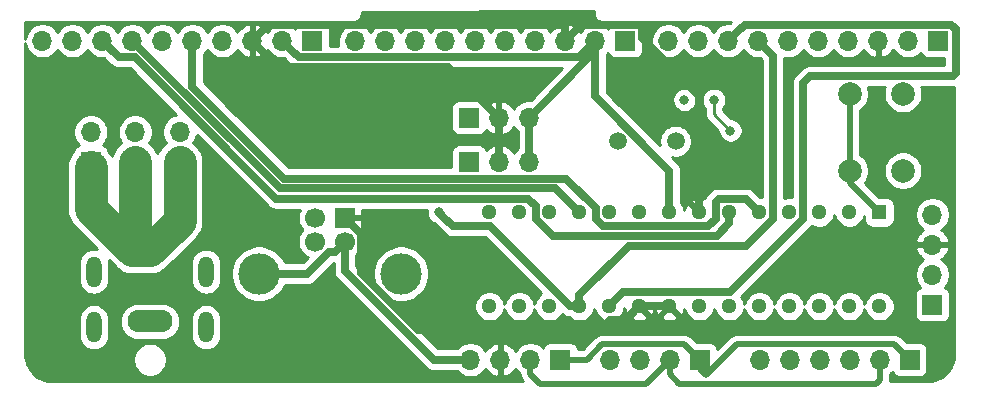
<source format=gbr>
G04 #@! TF.GenerationSoftware,KiCad,Pcbnew,(5.1.5)-3*
G04 #@! TF.CreationDate,2020-01-27T17:01:51-05:00*
G04 #@! TF.ProjectId,IW_board_V1,49575f62-6f61-4726-945f-56312e6b6963,rev?*
G04 #@! TF.SameCoordinates,Original*
G04 #@! TF.FileFunction,Copper,L2,Bot*
G04 #@! TF.FilePolarity,Positive*
%FSLAX46Y46*%
G04 Gerber Fmt 4.6, Leading zero omitted, Abs format (unit mm)*
G04 Created by KiCad (PCBNEW (5.1.5)-3) date 2020-01-27 17:01:51*
%MOMM*%
%LPD*%
G04 APERTURE LIST*
%ADD10R,1.700000X1.700000*%
%ADD11C,1.700000*%
%ADD12C,3.500000*%
%ADD13O,1.700000X1.700000*%
%ADD14C,2.100000*%
%ADD15O,3.800000X1.900000*%
%ADD16O,1.308000X2.616000*%
%ADD17C,2.000000*%
%ADD18R,1.298000X1.298000*%
%ADD19C,1.298000*%
%ADD20C,1.500000*%
%ADD21C,0.800000*%
%ADD22C,0.635000*%
%ADD23C,0.250000*%
%ADD24C,0.508000*%
%ADD25C,2.765520*%
%ADD26C,0.254000*%
G04 APERTURE END LIST*
D10*
X100250000Y-63500000D03*
D11*
X97750000Y-63500000D03*
X97750000Y-65500000D03*
X100250000Y-65500000D03*
D12*
X105020000Y-68210000D03*
X92980000Y-68210000D03*
D10*
X118500000Y-75500000D03*
D13*
X115960000Y-75500000D03*
X113420000Y-75500000D03*
X110880000Y-75500000D03*
D10*
X130290000Y-75500000D03*
D13*
X127750000Y-75500000D03*
X125210000Y-75500000D03*
X122670000Y-75500000D03*
D10*
X86250000Y-58750000D03*
D13*
X86250000Y-56210000D03*
X82500000Y-56210000D03*
D10*
X82500000Y-58750000D03*
X78750000Y-58750000D03*
D13*
X78750000Y-56210000D03*
D14*
X83750000Y-66250000D03*
D15*
X83750000Y-72250000D03*
D16*
X79000000Y-68050000D03*
X79000000Y-72750000D03*
X88500000Y-72750000D03*
X88500000Y-68050000D03*
D13*
X115830000Y-58750000D03*
X113290000Y-58750000D03*
D10*
X110750000Y-58750000D03*
X110750000Y-55000000D03*
D13*
X113290000Y-55000000D03*
X115830000Y-55000000D03*
X150000000Y-63210000D03*
X150000000Y-65750000D03*
X150000000Y-68290000D03*
D10*
X150000000Y-70830000D03*
D17*
X147500000Y-59500000D03*
X143000000Y-59500000D03*
X147500000Y-53000000D03*
X143000000Y-53000000D03*
D18*
X145510000Y-63031000D03*
D19*
X142970000Y-63031000D03*
X140430000Y-63031000D03*
X137890000Y-63031000D03*
X135350000Y-63031000D03*
X132810000Y-63031000D03*
X130270000Y-63031000D03*
X127730000Y-63031000D03*
X125190000Y-63031000D03*
X122650000Y-63031000D03*
X120110000Y-63031000D03*
X117570000Y-63031000D03*
X115030000Y-63031000D03*
X112490000Y-63031000D03*
X112490000Y-70969000D03*
X115030000Y-70969000D03*
X117570000Y-70969000D03*
X120110000Y-70969000D03*
X122650000Y-70969000D03*
X125190000Y-70969000D03*
X127730000Y-70969000D03*
X130270000Y-70969000D03*
X132810000Y-70969000D03*
X135350000Y-70969000D03*
X137890000Y-70969000D03*
X140430000Y-70969000D03*
X142970000Y-70969000D03*
X145510000Y-70969000D03*
D20*
X128250000Y-57000000D03*
X123370000Y-57000000D03*
D10*
X148080000Y-75500000D03*
D13*
X145540000Y-75500000D03*
X143000000Y-75500000D03*
X140460000Y-75500000D03*
X137920000Y-75500000D03*
X135380000Y-75500000D03*
D10*
X97500000Y-48500000D03*
D13*
X94960000Y-48500000D03*
X92420000Y-48500000D03*
X89880000Y-48500000D03*
X87340000Y-48500000D03*
X84800000Y-48500000D03*
X82260000Y-48500000D03*
X79720000Y-48500000D03*
X77180000Y-48500000D03*
X74640000Y-48500000D03*
X101140000Y-48500000D03*
X103680000Y-48500000D03*
X106220000Y-48500000D03*
X108760000Y-48500000D03*
X111300000Y-48500000D03*
X113840000Y-48500000D03*
X116380000Y-48500000D03*
X118920000Y-48500000D03*
X121460000Y-48500000D03*
D10*
X124000000Y-48500000D03*
X150500000Y-48500000D03*
D13*
X147960000Y-48500000D03*
X145420000Y-48500000D03*
X142880000Y-48500000D03*
X140340000Y-48500000D03*
X137800000Y-48500000D03*
X135260000Y-48500000D03*
X132720000Y-48500000D03*
X130180000Y-48500000D03*
X127640000Y-48500000D03*
D21*
X135000000Y-61000000D03*
X129000000Y-53500000D03*
X131500000Y-53500000D03*
X132900000Y-56100000D03*
X108200000Y-63000000D03*
D22*
X125190000Y-70969000D02*
X124023499Y-72135501D01*
X101617501Y-68163403D02*
X101617501Y-64867501D01*
X106424609Y-72970511D02*
X101617501Y-68163403D01*
X121829371Y-72970511D02*
X106424609Y-72970511D01*
X122664381Y-72135501D02*
X121829371Y-72970511D01*
X101617501Y-64867501D02*
X100250000Y-63500000D01*
X124023499Y-72135501D02*
X122664381Y-72135501D01*
X120287501Y-47132499D02*
X119769999Y-47650001D01*
X125264001Y-47132499D02*
X120287501Y-47132499D01*
X125367501Y-47235999D02*
X125264001Y-47132499D01*
X119769999Y-47650001D02*
X118920000Y-48500000D01*
X125367501Y-48251403D02*
X125367501Y-47235999D01*
X130270000Y-53153902D02*
X125367501Y-48251403D01*
X130270000Y-63031000D02*
X130270000Y-53153902D01*
X113290000Y-55000000D02*
X113290000Y-58750000D01*
X125190000Y-70969000D02*
X127730000Y-70969000D01*
X93269999Y-47650001D02*
X92420000Y-48500000D01*
X93787501Y-47132499D02*
X93269999Y-47650001D01*
X118920000Y-47297919D02*
X118754580Y-47132499D01*
X118754580Y-47132499D02*
X93787501Y-47132499D01*
X118920000Y-48500000D02*
X118920000Y-47297919D01*
D23*
X130270000Y-62113176D02*
X131383176Y-61000000D01*
X130270000Y-63031000D02*
X130270000Y-62113176D01*
X131383176Y-61000000D02*
X134274999Y-61000000D01*
X134274999Y-61000000D02*
X135000000Y-61000000D01*
D22*
X112440001Y-54150001D02*
X113290000Y-55000000D01*
X108992511Y-50702511D02*
X112440001Y-54150001D01*
X94622511Y-50702511D02*
X108992511Y-50702511D01*
X92420000Y-48500000D02*
X94622511Y-50702511D01*
X121460000Y-49702081D02*
X121460000Y-48500000D01*
X121460000Y-53214098D02*
X121460000Y-49702081D01*
X127730000Y-59484098D02*
X121460000Y-53214098D01*
X127730000Y-63031000D02*
X127730000Y-59484098D01*
X115830000Y-55000000D02*
X115830000Y-58750000D01*
X121460000Y-49370000D02*
X121460000Y-48500000D01*
X115830000Y-55000000D02*
X121460000Y-49370000D01*
X95809999Y-49349999D02*
X94960000Y-48500000D01*
X96327501Y-49867501D02*
X95809999Y-49349999D01*
X120092499Y-49867501D02*
X96327501Y-49867501D01*
X121460000Y-48500000D02*
X120092499Y-49867501D01*
X95454873Y-68210000D02*
X92980000Y-68210000D01*
X97063902Y-68210000D02*
X95454873Y-68210000D01*
X98923903Y-66349999D02*
X97063902Y-68210000D01*
X99400001Y-66349999D02*
X98923903Y-66349999D01*
X100250000Y-65500000D02*
X99400001Y-66349999D01*
D23*
X131500000Y-54700000D02*
X132900000Y-56100000D01*
X131500000Y-53500000D02*
X131500000Y-54700000D01*
D22*
X109677919Y-75500000D02*
X110880000Y-75500000D01*
X107773216Y-75500000D02*
X109677919Y-75500000D01*
X100250000Y-67976784D02*
X107773216Y-75500000D01*
X100250000Y-65500000D02*
X100250000Y-67976784D01*
D24*
X130290000Y-76290000D02*
X130812980Y-76812980D01*
X130290000Y-75500000D02*
X130290000Y-76290000D01*
X133429961Y-74195999D02*
X146775999Y-74195999D01*
X146775999Y-74195999D02*
X148080000Y-75500000D01*
X130812980Y-76812980D02*
X133429961Y-74195999D01*
X122044079Y-74195999D02*
X128985999Y-74195999D01*
X120740078Y-75500000D02*
X122044079Y-74195999D01*
X128985999Y-74195999D02*
X130290000Y-75500000D01*
X118500000Y-75500000D02*
X120740078Y-75500000D01*
X115960000Y-76702081D02*
X116778909Y-77520990D01*
X115960000Y-75500000D02*
X115960000Y-76702081D01*
X125729010Y-77520990D02*
X127750000Y-75500000D01*
X116778909Y-77520990D02*
X125729010Y-77520990D01*
X145540000Y-77210000D02*
X145540000Y-75500000D01*
X128568909Y-77520990D02*
X145229010Y-77520990D01*
X145229010Y-77520990D02*
X145540000Y-77210000D01*
X127750000Y-75500000D02*
X127750000Y-76702081D01*
X127750000Y-76702081D02*
X128568909Y-77520990D01*
D22*
X139056501Y-52056501D02*
X139630503Y-51482499D01*
X132844923Y-69802499D02*
X139056501Y-63590921D01*
X122650000Y-70969000D02*
X123816501Y-69802499D01*
X139056501Y-63590921D02*
X139056501Y-52056501D01*
X123816501Y-69802499D02*
X132844923Y-69802499D01*
X151957490Y-51257508D02*
X151957490Y-47504934D01*
X139630503Y-51482499D02*
X151732499Y-51482499D01*
X151732499Y-51482499D02*
X151957490Y-51257508D01*
X133569999Y-47650001D02*
X132720000Y-48500000D01*
X134087501Y-47132499D02*
X133569999Y-47650001D01*
X151585055Y-47132499D02*
X134087501Y-47132499D01*
X151957490Y-47504934D02*
X151585055Y-47132499D01*
X136516501Y-49756501D02*
X136109999Y-49349999D01*
X136516501Y-63590921D02*
X136516501Y-49756501D01*
X136109999Y-49349999D02*
X135260000Y-48500000D01*
X134239901Y-65867521D02*
X136516501Y-63590921D01*
X124293655Y-65867521D02*
X134239901Y-65867521D01*
X120110000Y-70051176D02*
X124293655Y-65867521D01*
X120110000Y-70969000D02*
X120110000Y-70051176D01*
X108599999Y-63399999D02*
X108200000Y-63000000D01*
X112524923Y-64197501D02*
X109397501Y-64197501D01*
X109397501Y-64197501D02*
X108599999Y-63399999D01*
X119296422Y-70969000D02*
X112524923Y-64197501D01*
X120110000Y-70969000D02*
X119296422Y-70969000D01*
D25*
X78750000Y-62734924D02*
X78750000Y-59175530D01*
X83750000Y-66250000D02*
X82265076Y-66250000D01*
X82265076Y-66250000D02*
X78750000Y-62734924D01*
X82500000Y-65000000D02*
X83750000Y-66250000D01*
X82500000Y-58750000D02*
X82500000Y-65000000D01*
X86250000Y-63750000D02*
X83750000Y-66250000D01*
X86250000Y-58750000D02*
X86250000Y-63750000D01*
D24*
X143000000Y-60521000D02*
X145510000Y-63031000D01*
X143000000Y-59500000D02*
X143000000Y-60521000D01*
X143000000Y-53000000D02*
X143000000Y-59500000D01*
D22*
X134183499Y-61864499D02*
X134701001Y-62382001D01*
X118965413Y-60159991D02*
X121483499Y-62678077D01*
X95100873Y-60159991D02*
X118965413Y-60159991D01*
X131036919Y-64197501D02*
X131643499Y-63590921D01*
X121483499Y-62678077D02*
X121483499Y-63590921D01*
X87340000Y-52399118D02*
X95100873Y-60159991D01*
X87340000Y-48500000D02*
X87340000Y-52399118D01*
X131643499Y-62106501D02*
X131885501Y-61864499D01*
X121483499Y-63590921D02*
X122090079Y-64197501D01*
X131643499Y-63590921D02*
X131643499Y-62106501D01*
X122090079Y-64197501D02*
X131036919Y-64197501D01*
X134701001Y-62382001D02*
X135350000Y-63031000D01*
X131885501Y-61864499D02*
X134183499Y-61864499D01*
X119461001Y-62382001D02*
X120110000Y-63031000D01*
X118074000Y-60995000D02*
X120110000Y-63031000D01*
X82260000Y-48500000D02*
X94755000Y-60995000D01*
X94755000Y-60995000D02*
X118074000Y-60995000D01*
X81087501Y-49867501D02*
X79720000Y-48500000D01*
X82446619Y-49867501D02*
X81087501Y-49867501D01*
X94443617Y-61864499D02*
X82446619Y-49867501D01*
X116403499Y-62471079D02*
X115796919Y-61864499D01*
X132810000Y-63031000D02*
X132810000Y-63948824D01*
X117845089Y-65032511D02*
X116403499Y-63590921D01*
X115796919Y-61864499D02*
X94443617Y-61864499D01*
X132810000Y-63948824D02*
X131726313Y-65032511D01*
X131726313Y-65032511D02*
X117845089Y-65032511D01*
X116403499Y-63590921D02*
X116403499Y-62471079D01*
D26*
G36*
X73212068Y-48933158D02*
G01*
X73324010Y-49203411D01*
X73486525Y-49446632D01*
X73693368Y-49653475D01*
X73936589Y-49815990D01*
X74206842Y-49927932D01*
X74493740Y-49985000D01*
X74786260Y-49985000D01*
X75073158Y-49927932D01*
X75343411Y-49815990D01*
X75586632Y-49653475D01*
X75793475Y-49446632D01*
X75910000Y-49272240D01*
X76026525Y-49446632D01*
X76233368Y-49653475D01*
X76476589Y-49815990D01*
X76746842Y-49927932D01*
X77033740Y-49985000D01*
X77326260Y-49985000D01*
X77613158Y-49927932D01*
X77883411Y-49815990D01*
X78126632Y-49653475D01*
X78333475Y-49446632D01*
X78450000Y-49272240D01*
X78566525Y-49446632D01*
X78773368Y-49653475D01*
X79016589Y-49815990D01*
X79286842Y-49927932D01*
X79573740Y-49985000D01*
X79857962Y-49985000D01*
X80380894Y-50507932D01*
X80410723Y-50544279D01*
X80555760Y-50663307D01*
X80721232Y-50751753D01*
X80899140Y-50805721D01*
X80900778Y-50806218D01*
X81087500Y-50824609D01*
X81134285Y-50820001D01*
X82052081Y-50820001D01*
X85981412Y-54749333D01*
X85816842Y-54782068D01*
X85546589Y-54894010D01*
X85303368Y-55056525D01*
X85096525Y-55263368D01*
X84934010Y-55506589D01*
X84822068Y-55776842D01*
X84765000Y-56063740D01*
X84765000Y-56356260D01*
X84822068Y-56643158D01*
X84934010Y-56913411D01*
X85066204Y-57111254D01*
X84816325Y-57316325D01*
X84564176Y-57623569D01*
X84376813Y-57974102D01*
X84375000Y-57980078D01*
X84373187Y-57974101D01*
X84185824Y-57623569D01*
X83933675Y-57316325D01*
X83683796Y-57111254D01*
X83815990Y-56913411D01*
X83927932Y-56643158D01*
X83985000Y-56356260D01*
X83985000Y-56063740D01*
X83927932Y-55776842D01*
X83815990Y-55506589D01*
X83653475Y-55263368D01*
X83446632Y-55056525D01*
X83203411Y-54894010D01*
X82933158Y-54782068D01*
X82646260Y-54725000D01*
X82353740Y-54725000D01*
X82066842Y-54782068D01*
X81796589Y-54894010D01*
X81553368Y-55056525D01*
X81346525Y-55263368D01*
X81184010Y-55506589D01*
X81072068Y-55776842D01*
X81015000Y-56063740D01*
X81015000Y-56356260D01*
X81072068Y-56643158D01*
X81184010Y-56913411D01*
X81316204Y-57111254D01*
X81066325Y-57316325D01*
X80814176Y-57623569D01*
X80626813Y-57974102D01*
X80543152Y-58249895D01*
X80435824Y-58049099D01*
X80227791Y-57795610D01*
X80225812Y-57775518D01*
X80189502Y-57655820D01*
X80130537Y-57545506D01*
X80051185Y-57448815D01*
X79954494Y-57369463D01*
X79844180Y-57310498D01*
X79771620Y-57288487D01*
X79903475Y-57156632D01*
X80065990Y-56913411D01*
X80177932Y-56643158D01*
X80235000Y-56356260D01*
X80235000Y-56063740D01*
X80177932Y-55776842D01*
X80065990Y-55506589D01*
X79903475Y-55263368D01*
X79696632Y-55056525D01*
X79453411Y-54894010D01*
X79183158Y-54782068D01*
X78896260Y-54725000D01*
X78603740Y-54725000D01*
X78316842Y-54782068D01*
X78046589Y-54894010D01*
X77803368Y-55056525D01*
X77596525Y-55263368D01*
X77434010Y-55506589D01*
X77322068Y-55776842D01*
X77265000Y-56063740D01*
X77265000Y-56356260D01*
X77322068Y-56643158D01*
X77434010Y-56913411D01*
X77596525Y-57156632D01*
X77728380Y-57288487D01*
X77655820Y-57310498D01*
X77545506Y-57369463D01*
X77448815Y-57448815D01*
X77369463Y-57545506D01*
X77310498Y-57655820D01*
X77274188Y-57775518D01*
X77272209Y-57795612D01*
X77064177Y-58049099D01*
X76876814Y-58399631D01*
X76761436Y-58779980D01*
X76732241Y-59076404D01*
X76732240Y-62635808D01*
X76722478Y-62734924D01*
X76732240Y-62834040D01*
X76732240Y-62834049D01*
X76761435Y-63130473D01*
X76876813Y-63510822D01*
X77064176Y-63861355D01*
X77316325Y-64168599D01*
X77393321Y-64231788D01*
X79302206Y-66140673D01*
X79252687Y-66125652D01*
X79000000Y-66100764D01*
X78747312Y-66125652D01*
X78504335Y-66199358D01*
X78280405Y-66319051D01*
X78084130Y-66480130D01*
X77923051Y-66676406D01*
X77803358Y-66900336D01*
X77729652Y-67143313D01*
X77711000Y-67332687D01*
X77711000Y-68767314D01*
X77729652Y-68956688D01*
X77803358Y-69199665D01*
X77923052Y-69423595D01*
X78084131Y-69619870D01*
X78280406Y-69780949D01*
X78504336Y-69900642D01*
X78747313Y-69974348D01*
X79000000Y-69999236D01*
X79252688Y-69974348D01*
X79495665Y-69900642D01*
X79719595Y-69780949D01*
X79915870Y-69619870D01*
X80076949Y-69423595D01*
X80196642Y-69199665D01*
X80270348Y-68956688D01*
X80289000Y-68767314D01*
X80289000Y-67332686D01*
X80270348Y-67143312D01*
X80255327Y-67093795D01*
X80768216Y-67606684D01*
X80831401Y-67683675D01*
X80908392Y-67746860D01*
X80908396Y-67746864D01*
X81042405Y-67856842D01*
X81138645Y-67935824D01*
X81489177Y-68123187D01*
X81869526Y-68238565D01*
X82165950Y-68267760D01*
X82165959Y-68267760D01*
X82265075Y-68277522D01*
X82364191Y-68267760D01*
X83650884Y-68267760D01*
X83750000Y-68277522D01*
X83849116Y-68267760D01*
X83849126Y-68267760D01*
X84145550Y-68238565D01*
X84525899Y-68123187D01*
X84876431Y-67935824D01*
X85183675Y-67683675D01*
X85246864Y-67606679D01*
X85520856Y-67332687D01*
X87211000Y-67332687D01*
X87211000Y-68767314D01*
X87229652Y-68956688D01*
X87303358Y-69199665D01*
X87423052Y-69423595D01*
X87584131Y-69619870D01*
X87780406Y-69780949D01*
X88004336Y-69900642D01*
X88247313Y-69974348D01*
X88500000Y-69999236D01*
X88752688Y-69974348D01*
X88995665Y-69900642D01*
X89219595Y-69780949D01*
X89415870Y-69619870D01*
X89576949Y-69423595D01*
X89696642Y-69199665D01*
X89770348Y-68956688D01*
X89789000Y-68767314D01*
X89789000Y-67332686D01*
X89770348Y-67143312D01*
X89696642Y-66900335D01*
X89576949Y-66676405D01*
X89415870Y-66480130D01*
X89219594Y-66319051D01*
X88995664Y-66199358D01*
X88752687Y-66125652D01*
X88500000Y-66100764D01*
X88247312Y-66125652D01*
X88004335Y-66199358D01*
X87780405Y-66319051D01*
X87584130Y-66480130D01*
X87423051Y-66676406D01*
X87303358Y-66900336D01*
X87229652Y-67143313D01*
X87211000Y-67332687D01*
X85520856Y-67332687D01*
X87606684Y-65246860D01*
X87683675Y-65183675D01*
X87746860Y-65106684D01*
X87746864Y-65106680D01*
X87921963Y-64893321D01*
X87935824Y-64876431D01*
X88123187Y-64525899D01*
X88238565Y-64145550D01*
X88267760Y-63849126D01*
X88267760Y-63849116D01*
X88277522Y-63750000D01*
X88267760Y-63650884D01*
X88267760Y-58650874D01*
X88238565Y-58354450D01*
X88123187Y-57974101D01*
X87935824Y-57623569D01*
X87683675Y-57316325D01*
X87433796Y-57111254D01*
X87565990Y-56913411D01*
X87677932Y-56643158D01*
X87710667Y-56478588D01*
X93737014Y-62504935D01*
X93766839Y-62541277D01*
X93911876Y-62660305D01*
X94077348Y-62748751D01*
X94191168Y-62783278D01*
X94256894Y-62803216D01*
X94443616Y-62821607D01*
X94490401Y-62816999D01*
X96425556Y-62816999D01*
X96322068Y-63066842D01*
X96265000Y-63353740D01*
X96265000Y-63646260D01*
X96322068Y-63933158D01*
X96434010Y-64203411D01*
X96596525Y-64446632D01*
X96649893Y-64500000D01*
X96596525Y-64553368D01*
X96434010Y-64796589D01*
X96322068Y-65066842D01*
X96265000Y-65353740D01*
X96265000Y-65646260D01*
X96322068Y-65933158D01*
X96434010Y-66203411D01*
X96596525Y-66446632D01*
X96803368Y-66653475D01*
X97046589Y-66815990D01*
X97092045Y-66834819D01*
X96669364Y-67257500D01*
X95166967Y-67257500D01*
X95093560Y-67080279D01*
X94832550Y-66689651D01*
X94500349Y-66357450D01*
X94109721Y-66096440D01*
X93675679Y-65916654D01*
X93214902Y-65825000D01*
X92745098Y-65825000D01*
X92284321Y-65916654D01*
X91850279Y-66096440D01*
X91459651Y-66357450D01*
X91127450Y-66689651D01*
X90866440Y-67080279D01*
X90686654Y-67514321D01*
X90595000Y-67975098D01*
X90595000Y-68444902D01*
X90686654Y-68905679D01*
X90866440Y-69339721D01*
X91127450Y-69730349D01*
X91459651Y-70062550D01*
X91850279Y-70323560D01*
X92284321Y-70503346D01*
X92745098Y-70595000D01*
X93214902Y-70595000D01*
X93675679Y-70503346D01*
X94109721Y-70323560D01*
X94500349Y-70062550D01*
X94832550Y-69730349D01*
X95093560Y-69339721D01*
X95166967Y-69162500D01*
X97017117Y-69162500D01*
X97063902Y-69167108D01*
X97110687Y-69162500D01*
X97250625Y-69148717D01*
X97430171Y-69094252D01*
X97595643Y-69005806D01*
X97740680Y-68886778D01*
X97770509Y-68850431D01*
X99297501Y-67323439D01*
X99297501Y-67929990D01*
X99292892Y-67976784D01*
X99311283Y-68163506D01*
X99342909Y-68267760D01*
X99365749Y-68343053D01*
X99454195Y-68508525D01*
X99573223Y-68653562D01*
X99609564Y-68683386D01*
X107066613Y-76140436D01*
X107096438Y-76176778D01*
X107241475Y-76295806D01*
X107406947Y-76384252D01*
X107586493Y-76438717D01*
X107773215Y-76457108D01*
X107820000Y-76452500D01*
X109732393Y-76452500D01*
X109933368Y-76653475D01*
X110176589Y-76815990D01*
X110446842Y-76927932D01*
X110733740Y-76985000D01*
X111026260Y-76985000D01*
X111313158Y-76927932D01*
X111583411Y-76815990D01*
X111826632Y-76653475D01*
X112033475Y-76446632D01*
X112155195Y-76264466D01*
X112224822Y-76381355D01*
X112419731Y-76597588D01*
X112653080Y-76771641D01*
X112915901Y-76896825D01*
X113063110Y-76941476D01*
X113293000Y-76820155D01*
X113293000Y-75627000D01*
X113273000Y-75627000D01*
X113273000Y-75373000D01*
X113293000Y-75373000D01*
X113293000Y-74179845D01*
X113063110Y-74058524D01*
X112915901Y-74103175D01*
X112653080Y-74228359D01*
X112419731Y-74402412D01*
X112224822Y-74618645D01*
X112155195Y-74735534D01*
X112033475Y-74553368D01*
X111826632Y-74346525D01*
X111583411Y-74184010D01*
X111313158Y-74072068D01*
X111026260Y-74015000D01*
X110733740Y-74015000D01*
X110446842Y-74072068D01*
X110176589Y-74184010D01*
X109933368Y-74346525D01*
X109732393Y-74547500D01*
X108167755Y-74547500D01*
X103981670Y-70361415D01*
X104324321Y-70503346D01*
X104785098Y-70595000D01*
X105254902Y-70595000D01*
X105715679Y-70503346D01*
X106149721Y-70323560D01*
X106540349Y-70062550D01*
X106872550Y-69730349D01*
X107133560Y-69339721D01*
X107313346Y-68905679D01*
X107405000Y-68444902D01*
X107405000Y-67975098D01*
X107313346Y-67514321D01*
X107133560Y-67080279D01*
X106872550Y-66689651D01*
X106540349Y-66357450D01*
X106149721Y-66096440D01*
X105715679Y-65916654D01*
X105254902Y-65825000D01*
X104785098Y-65825000D01*
X104324321Y-65916654D01*
X103890279Y-66096440D01*
X103499651Y-66357450D01*
X103167450Y-66689651D01*
X102906440Y-67080279D01*
X102726654Y-67514321D01*
X102635000Y-67975098D01*
X102635000Y-68444902D01*
X102726654Y-68905679D01*
X102868585Y-69248331D01*
X101202500Y-67582246D01*
X101202500Y-66647607D01*
X101403475Y-66446632D01*
X101565990Y-66203411D01*
X101677932Y-65933158D01*
X101735000Y-65646260D01*
X101735000Y-65353740D01*
X101677932Y-65066842D01*
X101565990Y-64796589D01*
X101561038Y-64789178D01*
X101630537Y-64704494D01*
X101689502Y-64594180D01*
X101725812Y-64474482D01*
X101738072Y-64350000D01*
X101735000Y-63785750D01*
X101576250Y-63627000D01*
X100377000Y-63627000D01*
X100377000Y-63647000D01*
X100123000Y-63647000D01*
X100123000Y-63627000D01*
X100103000Y-63627000D01*
X100103000Y-63373000D01*
X100123000Y-63373000D01*
X100123000Y-63353000D01*
X100377000Y-63353000D01*
X100377000Y-63373000D01*
X101576250Y-63373000D01*
X101735000Y-63214250D01*
X101737163Y-62816999D01*
X107181124Y-62816999D01*
X107165000Y-62898061D01*
X107165000Y-63101939D01*
X107204774Y-63301898D01*
X107282795Y-63490256D01*
X107396063Y-63659774D01*
X107540226Y-63803937D01*
X107709744Y-63917205D01*
X107812893Y-63959931D01*
X107893398Y-64040436D01*
X108690898Y-64837937D01*
X108720723Y-64874279D01*
X108865760Y-64993307D01*
X109031232Y-65081753D01*
X109202580Y-65133731D01*
X109210778Y-65136218D01*
X109397500Y-65154609D01*
X109444285Y-65150001D01*
X112130385Y-65150001D01*
X116871711Y-69891328D01*
X116751498Y-69971652D01*
X116572652Y-70150498D01*
X116432134Y-70360798D01*
X116335343Y-70594471D01*
X116300000Y-70772154D01*
X116264657Y-70594471D01*
X116167866Y-70360798D01*
X116027348Y-70150498D01*
X115848502Y-69971652D01*
X115638202Y-69831134D01*
X115404529Y-69734343D01*
X115156463Y-69685000D01*
X114903537Y-69685000D01*
X114655471Y-69734343D01*
X114421798Y-69831134D01*
X114211498Y-69971652D01*
X114032652Y-70150498D01*
X113892134Y-70360798D01*
X113795343Y-70594471D01*
X113760000Y-70772154D01*
X113724657Y-70594471D01*
X113627866Y-70360798D01*
X113487348Y-70150498D01*
X113308502Y-69971652D01*
X113098202Y-69831134D01*
X112864529Y-69734343D01*
X112616463Y-69685000D01*
X112363537Y-69685000D01*
X112115471Y-69734343D01*
X111881798Y-69831134D01*
X111671498Y-69971652D01*
X111492652Y-70150498D01*
X111352134Y-70360798D01*
X111255343Y-70594471D01*
X111206000Y-70842537D01*
X111206000Y-71095463D01*
X111255343Y-71343529D01*
X111352134Y-71577202D01*
X111492652Y-71787502D01*
X111671498Y-71966348D01*
X111881798Y-72106866D01*
X112115471Y-72203657D01*
X112363537Y-72253000D01*
X112616463Y-72253000D01*
X112864529Y-72203657D01*
X113098202Y-72106866D01*
X113308502Y-71966348D01*
X113487348Y-71787502D01*
X113627866Y-71577202D01*
X113724657Y-71343529D01*
X113760000Y-71165846D01*
X113795343Y-71343529D01*
X113892134Y-71577202D01*
X114032652Y-71787502D01*
X114211498Y-71966348D01*
X114421798Y-72106866D01*
X114655471Y-72203657D01*
X114903537Y-72253000D01*
X115156463Y-72253000D01*
X115404529Y-72203657D01*
X115638202Y-72106866D01*
X115848502Y-71966348D01*
X116027348Y-71787502D01*
X116167866Y-71577202D01*
X116264657Y-71343529D01*
X116300000Y-71165846D01*
X116335343Y-71343529D01*
X116432134Y-71577202D01*
X116572652Y-71787502D01*
X116751498Y-71966348D01*
X116961798Y-72106866D01*
X117195471Y-72203657D01*
X117443537Y-72253000D01*
X117696463Y-72253000D01*
X117944529Y-72203657D01*
X118178202Y-72106866D01*
X118388502Y-71966348D01*
X118567348Y-71787502D01*
X118647029Y-71668252D01*
X118764681Y-71764806D01*
X118807143Y-71787502D01*
X118930152Y-71853252D01*
X119019926Y-71880485D01*
X119109699Y-71907717D01*
X119246324Y-71921174D01*
X119291498Y-71966348D01*
X119501798Y-72106866D01*
X119735471Y-72203657D01*
X119983537Y-72253000D01*
X120236463Y-72253000D01*
X120484529Y-72203657D01*
X120718202Y-72106866D01*
X120928502Y-71966348D01*
X121107348Y-71787502D01*
X121247866Y-71577202D01*
X121344657Y-71343529D01*
X121380000Y-71165846D01*
X121415343Y-71343529D01*
X121512134Y-71577202D01*
X121652652Y-71787502D01*
X121831498Y-71966348D01*
X122041798Y-72106866D01*
X122275471Y-72203657D01*
X122523537Y-72253000D01*
X122776463Y-72253000D01*
X123024529Y-72203657D01*
X123258202Y-72106866D01*
X123468502Y-71966348D01*
X123581038Y-71853812D01*
X124484793Y-71853812D01*
X124538060Y-72082383D01*
X124767797Y-72188177D01*
X125013759Y-72247118D01*
X125266494Y-72256942D01*
X125516289Y-72217271D01*
X125753545Y-72129630D01*
X125841940Y-72082383D01*
X125895207Y-71853812D01*
X127024793Y-71853812D01*
X127078060Y-72082383D01*
X127307797Y-72188177D01*
X127553759Y-72247118D01*
X127806494Y-72256942D01*
X128056289Y-72217271D01*
X128293545Y-72129630D01*
X128381940Y-72082383D01*
X128435207Y-71853812D01*
X127730000Y-71148605D01*
X127024793Y-71853812D01*
X125895207Y-71853812D01*
X125190000Y-71148605D01*
X124484793Y-71853812D01*
X123581038Y-71853812D01*
X123647348Y-71787502D01*
X123787866Y-71577202D01*
X123884657Y-71343529D01*
X123920651Y-71162571D01*
X123941729Y-71295289D01*
X124029370Y-71532545D01*
X124076617Y-71620940D01*
X124305188Y-71674207D01*
X125010395Y-70969000D01*
X124996253Y-70954858D01*
X125175858Y-70775253D01*
X125190000Y-70789395D01*
X125204143Y-70775253D01*
X125383748Y-70954858D01*
X125369605Y-70969000D01*
X126074812Y-71674207D01*
X126303383Y-71620940D01*
X126409177Y-71391203D01*
X126461972Y-71170887D01*
X126481729Y-71295289D01*
X126569370Y-71532545D01*
X126616617Y-71620940D01*
X126845188Y-71674207D01*
X127550395Y-70969000D01*
X127536253Y-70954858D01*
X127715858Y-70775253D01*
X127730000Y-70789395D01*
X127744143Y-70775253D01*
X127923748Y-70954858D01*
X127909605Y-70969000D01*
X128614812Y-71674207D01*
X128843383Y-71620940D01*
X128949177Y-71391203D01*
X129001442Y-71173098D01*
X129035343Y-71343529D01*
X129132134Y-71577202D01*
X129272652Y-71787502D01*
X129451498Y-71966348D01*
X129661798Y-72106866D01*
X129895471Y-72203657D01*
X130143537Y-72253000D01*
X130396463Y-72253000D01*
X130644529Y-72203657D01*
X130878202Y-72106866D01*
X131088502Y-71966348D01*
X131267348Y-71787502D01*
X131407866Y-71577202D01*
X131504657Y-71343529D01*
X131540000Y-71165846D01*
X131575343Y-71343529D01*
X131672134Y-71577202D01*
X131812652Y-71787502D01*
X131991498Y-71966348D01*
X132201798Y-72106866D01*
X132435471Y-72203657D01*
X132683537Y-72253000D01*
X132936463Y-72253000D01*
X133184529Y-72203657D01*
X133418202Y-72106866D01*
X133628502Y-71966348D01*
X133807348Y-71787502D01*
X133947866Y-71577202D01*
X134044657Y-71343529D01*
X134080000Y-71165846D01*
X134115343Y-71343529D01*
X134212134Y-71577202D01*
X134352652Y-71787502D01*
X134531498Y-71966348D01*
X134741798Y-72106866D01*
X134975471Y-72203657D01*
X135223537Y-72253000D01*
X135476463Y-72253000D01*
X135724529Y-72203657D01*
X135958202Y-72106866D01*
X136168502Y-71966348D01*
X136347348Y-71787502D01*
X136487866Y-71577202D01*
X136584657Y-71343529D01*
X136620000Y-71165846D01*
X136655343Y-71343529D01*
X136752134Y-71577202D01*
X136892652Y-71787502D01*
X137071498Y-71966348D01*
X137281798Y-72106866D01*
X137515471Y-72203657D01*
X137763537Y-72253000D01*
X138016463Y-72253000D01*
X138264529Y-72203657D01*
X138498202Y-72106866D01*
X138708502Y-71966348D01*
X138887348Y-71787502D01*
X139027866Y-71577202D01*
X139124657Y-71343529D01*
X139160000Y-71165846D01*
X139195343Y-71343529D01*
X139292134Y-71577202D01*
X139432652Y-71787502D01*
X139611498Y-71966348D01*
X139821798Y-72106866D01*
X140055471Y-72203657D01*
X140303537Y-72253000D01*
X140556463Y-72253000D01*
X140804529Y-72203657D01*
X141038202Y-72106866D01*
X141248502Y-71966348D01*
X141427348Y-71787502D01*
X141567866Y-71577202D01*
X141664657Y-71343529D01*
X141700000Y-71165846D01*
X141735343Y-71343529D01*
X141832134Y-71577202D01*
X141972652Y-71787502D01*
X142151498Y-71966348D01*
X142361798Y-72106866D01*
X142595471Y-72203657D01*
X142843537Y-72253000D01*
X143096463Y-72253000D01*
X143344529Y-72203657D01*
X143578202Y-72106866D01*
X143788502Y-71966348D01*
X143967348Y-71787502D01*
X144107866Y-71577202D01*
X144204657Y-71343529D01*
X144240000Y-71165846D01*
X144275343Y-71343529D01*
X144372134Y-71577202D01*
X144512652Y-71787502D01*
X144691498Y-71966348D01*
X144901798Y-72106866D01*
X145135471Y-72203657D01*
X145383537Y-72253000D01*
X145636463Y-72253000D01*
X145884529Y-72203657D01*
X146118202Y-72106866D01*
X146328502Y-71966348D01*
X146507348Y-71787502D01*
X146647866Y-71577202D01*
X146744657Y-71343529D01*
X146794000Y-71095463D01*
X146794000Y-70842537D01*
X146744657Y-70594471D01*
X146647866Y-70360798D01*
X146507348Y-70150498D01*
X146336850Y-69980000D01*
X148511928Y-69980000D01*
X148511928Y-71680000D01*
X148524188Y-71804482D01*
X148560498Y-71924180D01*
X148619463Y-72034494D01*
X148698815Y-72131185D01*
X148795506Y-72210537D01*
X148905820Y-72269502D01*
X149025518Y-72305812D01*
X149150000Y-72318072D01*
X150850000Y-72318072D01*
X150974482Y-72305812D01*
X151094180Y-72269502D01*
X151204494Y-72210537D01*
X151301185Y-72131185D01*
X151380537Y-72034494D01*
X151439502Y-71924180D01*
X151475812Y-71804482D01*
X151488072Y-71680000D01*
X151488072Y-69980000D01*
X151475812Y-69855518D01*
X151439502Y-69735820D01*
X151380537Y-69625506D01*
X151301185Y-69528815D01*
X151204494Y-69449463D01*
X151094180Y-69390498D01*
X151021620Y-69368487D01*
X151153475Y-69236632D01*
X151315990Y-68993411D01*
X151427932Y-68723158D01*
X151485000Y-68436260D01*
X151485000Y-68143740D01*
X151427932Y-67856842D01*
X151315990Y-67586589D01*
X151153475Y-67343368D01*
X150946632Y-67136525D01*
X150764466Y-67014805D01*
X150881355Y-66945178D01*
X151097588Y-66750269D01*
X151271641Y-66516920D01*
X151396825Y-66254099D01*
X151441476Y-66106890D01*
X151320155Y-65877000D01*
X150127000Y-65877000D01*
X150127000Y-65897000D01*
X149873000Y-65897000D01*
X149873000Y-65877000D01*
X148679845Y-65877000D01*
X148558524Y-66106890D01*
X148603175Y-66254099D01*
X148728359Y-66516920D01*
X148902412Y-66750269D01*
X149118645Y-66945178D01*
X149235534Y-67014805D01*
X149053368Y-67136525D01*
X148846525Y-67343368D01*
X148684010Y-67586589D01*
X148572068Y-67856842D01*
X148515000Y-68143740D01*
X148515000Y-68436260D01*
X148572068Y-68723158D01*
X148684010Y-68993411D01*
X148846525Y-69236632D01*
X148978380Y-69368487D01*
X148905820Y-69390498D01*
X148795506Y-69449463D01*
X148698815Y-69528815D01*
X148619463Y-69625506D01*
X148560498Y-69735820D01*
X148524188Y-69855518D01*
X148511928Y-69980000D01*
X146336850Y-69980000D01*
X146328502Y-69971652D01*
X146118202Y-69831134D01*
X145884529Y-69734343D01*
X145636463Y-69685000D01*
X145383537Y-69685000D01*
X145135471Y-69734343D01*
X144901798Y-69831134D01*
X144691498Y-69971652D01*
X144512652Y-70150498D01*
X144372134Y-70360798D01*
X144275343Y-70594471D01*
X144240000Y-70772154D01*
X144204657Y-70594471D01*
X144107866Y-70360798D01*
X143967348Y-70150498D01*
X143788502Y-69971652D01*
X143578202Y-69831134D01*
X143344529Y-69734343D01*
X143096463Y-69685000D01*
X142843537Y-69685000D01*
X142595471Y-69734343D01*
X142361798Y-69831134D01*
X142151498Y-69971652D01*
X141972652Y-70150498D01*
X141832134Y-70360798D01*
X141735343Y-70594471D01*
X141700000Y-70772154D01*
X141664657Y-70594471D01*
X141567866Y-70360798D01*
X141427348Y-70150498D01*
X141248502Y-69971652D01*
X141038202Y-69831134D01*
X140804529Y-69734343D01*
X140556463Y-69685000D01*
X140303537Y-69685000D01*
X140055471Y-69734343D01*
X139821798Y-69831134D01*
X139611498Y-69971652D01*
X139432652Y-70150498D01*
X139292134Y-70360798D01*
X139195343Y-70594471D01*
X139160000Y-70772154D01*
X139124657Y-70594471D01*
X139027866Y-70360798D01*
X138887348Y-70150498D01*
X138708502Y-69971652D01*
X138498202Y-69831134D01*
X138264529Y-69734343D01*
X138016463Y-69685000D01*
X137763537Y-69685000D01*
X137515471Y-69734343D01*
X137281798Y-69831134D01*
X137071498Y-69971652D01*
X136892652Y-70150498D01*
X136752134Y-70360798D01*
X136655343Y-70594471D01*
X136620000Y-70772154D01*
X136584657Y-70594471D01*
X136487866Y-70360798D01*
X136347348Y-70150498D01*
X136168502Y-69971652D01*
X135958202Y-69831134D01*
X135724529Y-69734343D01*
X135476463Y-69685000D01*
X135223537Y-69685000D01*
X134975471Y-69734343D01*
X134741798Y-69831134D01*
X134531498Y-69971652D01*
X134352652Y-70150498D01*
X134212134Y-70360798D01*
X134115343Y-70594471D01*
X134080000Y-70772154D01*
X134044657Y-70594471D01*
X133947866Y-70360798D01*
X133822014Y-70172447D01*
X139696937Y-64297524D01*
X139733279Y-64267699D01*
X139817013Y-64165669D01*
X139821798Y-64168866D01*
X140055471Y-64265657D01*
X140303537Y-64315000D01*
X140556463Y-64315000D01*
X140804529Y-64265657D01*
X141038202Y-64168866D01*
X141248502Y-64028348D01*
X141427348Y-63849502D01*
X141567866Y-63639202D01*
X141664657Y-63405529D01*
X141700000Y-63227846D01*
X141735343Y-63405529D01*
X141832134Y-63639202D01*
X141972652Y-63849502D01*
X142151498Y-64028348D01*
X142361798Y-64168866D01*
X142595471Y-64265657D01*
X142843537Y-64315000D01*
X143096463Y-64315000D01*
X143344529Y-64265657D01*
X143578202Y-64168866D01*
X143788502Y-64028348D01*
X143967348Y-63849502D01*
X144107866Y-63639202D01*
X144204657Y-63405529D01*
X144222928Y-63313674D01*
X144222928Y-63680000D01*
X144235188Y-63804482D01*
X144271498Y-63924180D01*
X144330463Y-64034494D01*
X144409815Y-64131185D01*
X144506506Y-64210537D01*
X144616820Y-64269502D01*
X144736518Y-64305812D01*
X144861000Y-64318072D01*
X146159000Y-64318072D01*
X146283482Y-64305812D01*
X146403180Y-64269502D01*
X146513494Y-64210537D01*
X146610185Y-64131185D01*
X146689537Y-64034494D01*
X146748502Y-63924180D01*
X146784812Y-63804482D01*
X146797072Y-63680000D01*
X146797072Y-63063740D01*
X148515000Y-63063740D01*
X148515000Y-63356260D01*
X148572068Y-63643158D01*
X148684010Y-63913411D01*
X148846525Y-64156632D01*
X149053368Y-64363475D01*
X149235534Y-64485195D01*
X149118645Y-64554822D01*
X148902412Y-64749731D01*
X148728359Y-64983080D01*
X148603175Y-65245901D01*
X148558524Y-65393110D01*
X148679845Y-65623000D01*
X149873000Y-65623000D01*
X149873000Y-65603000D01*
X150127000Y-65603000D01*
X150127000Y-65623000D01*
X151320155Y-65623000D01*
X151441476Y-65393110D01*
X151396825Y-65245901D01*
X151271641Y-64983080D01*
X151097588Y-64749731D01*
X150881355Y-64554822D01*
X150764466Y-64485195D01*
X150946632Y-64363475D01*
X151153475Y-64156632D01*
X151315990Y-63913411D01*
X151427932Y-63643158D01*
X151485000Y-63356260D01*
X151485000Y-63063740D01*
X151427932Y-62776842D01*
X151315990Y-62506589D01*
X151153475Y-62263368D01*
X150946632Y-62056525D01*
X150703411Y-61894010D01*
X150433158Y-61782068D01*
X150146260Y-61725000D01*
X149853740Y-61725000D01*
X149566842Y-61782068D01*
X149296589Y-61894010D01*
X149053368Y-62056525D01*
X148846525Y-62263368D01*
X148684010Y-62506589D01*
X148572068Y-62776842D01*
X148515000Y-63063740D01*
X146797072Y-63063740D01*
X146797072Y-62382000D01*
X146784812Y-62257518D01*
X146748502Y-62137820D01*
X146689537Y-62027506D01*
X146610185Y-61930815D01*
X146513494Y-61851463D01*
X146403180Y-61792498D01*
X146283482Y-61756188D01*
X146159000Y-61743928D01*
X145480164Y-61743928D01*
X144273392Y-60537156D01*
X144448918Y-60274463D01*
X144572168Y-59976912D01*
X144635000Y-59661033D01*
X144635000Y-59338967D01*
X145865000Y-59338967D01*
X145865000Y-59661033D01*
X145927832Y-59976912D01*
X146051082Y-60274463D01*
X146230013Y-60542252D01*
X146457748Y-60769987D01*
X146725537Y-60948918D01*
X147023088Y-61072168D01*
X147338967Y-61135000D01*
X147661033Y-61135000D01*
X147976912Y-61072168D01*
X148274463Y-60948918D01*
X148542252Y-60769987D01*
X148769987Y-60542252D01*
X148948918Y-60274463D01*
X149072168Y-59976912D01*
X149135000Y-59661033D01*
X149135000Y-59338967D01*
X149072168Y-59023088D01*
X148948918Y-58725537D01*
X148769987Y-58457748D01*
X148542252Y-58230013D01*
X148274463Y-58051082D01*
X147976912Y-57927832D01*
X147661033Y-57865000D01*
X147338967Y-57865000D01*
X147023088Y-57927832D01*
X146725537Y-58051082D01*
X146457748Y-58230013D01*
X146230013Y-58457748D01*
X146051082Y-58725537D01*
X145927832Y-59023088D01*
X145865000Y-59338967D01*
X144635000Y-59338967D01*
X144572168Y-59023088D01*
X144448918Y-58725537D01*
X144269987Y-58457748D01*
X144042252Y-58230013D01*
X143889000Y-58127613D01*
X143889000Y-54372387D01*
X144042252Y-54269987D01*
X144269987Y-54042252D01*
X144448918Y-53774463D01*
X144572168Y-53476912D01*
X144635000Y-53161033D01*
X144635000Y-52838967D01*
X144572168Y-52523088D01*
X144535680Y-52434999D01*
X145964320Y-52434999D01*
X145927832Y-52523088D01*
X145865000Y-52838967D01*
X145865000Y-53161033D01*
X145927832Y-53476912D01*
X146051082Y-53774463D01*
X146230013Y-54042252D01*
X146457748Y-54269987D01*
X146725537Y-54448918D01*
X147023088Y-54572168D01*
X147338967Y-54635000D01*
X147661033Y-54635000D01*
X147976912Y-54572168D01*
X148274463Y-54448918D01*
X148542252Y-54269987D01*
X148769987Y-54042252D01*
X148948918Y-53774463D01*
X149072168Y-53476912D01*
X149135000Y-53161033D01*
X149135000Y-52838967D01*
X149072168Y-52523088D01*
X149035680Y-52434999D01*
X151685714Y-52434999D01*
X151732499Y-52439607D01*
X151779284Y-52434999D01*
X151840000Y-52429019D01*
X151840001Y-74967711D01*
X151792330Y-75453894D01*
X151660512Y-75890497D01*
X151446399Y-76293186D01*
X151158150Y-76646613D01*
X150806739Y-76937327D01*
X150405564Y-77154240D01*
X149969886Y-77289106D01*
X149485664Y-77340000D01*
X146420497Y-77340000D01*
X146420500Y-77339963D01*
X146429000Y-77253667D01*
X146429000Y-77253661D01*
X146433300Y-77210001D01*
X146429000Y-77166341D01*
X146429000Y-76691983D01*
X146486632Y-76653475D01*
X146618487Y-76521620D01*
X146640498Y-76594180D01*
X146699463Y-76704494D01*
X146778815Y-76801185D01*
X146875506Y-76880537D01*
X146985820Y-76939502D01*
X147105518Y-76975812D01*
X147230000Y-76988072D01*
X148930000Y-76988072D01*
X149054482Y-76975812D01*
X149174180Y-76939502D01*
X149284494Y-76880537D01*
X149381185Y-76801185D01*
X149460537Y-76704494D01*
X149519502Y-76594180D01*
X149555812Y-76474482D01*
X149568072Y-76350000D01*
X149568072Y-74650000D01*
X149555812Y-74525518D01*
X149519502Y-74405820D01*
X149460537Y-74295506D01*
X149381185Y-74198815D01*
X149284494Y-74119463D01*
X149174180Y-74060498D01*
X149054482Y-74024188D01*
X148930000Y-74011928D01*
X147849163Y-74011928D01*
X147435498Y-73598263D01*
X147407658Y-73564340D01*
X147272290Y-73453246D01*
X147117850Y-73370696D01*
X146950273Y-73319863D01*
X146819666Y-73306999D01*
X146819659Y-73306999D01*
X146775999Y-73302699D01*
X146732339Y-73306999D01*
X133473620Y-73306999D01*
X133429960Y-73302699D01*
X133386300Y-73306999D01*
X133386294Y-73306999D01*
X133274034Y-73318056D01*
X133255686Y-73319863D01*
X133182719Y-73341997D01*
X133088110Y-73370696D01*
X132933670Y-73453246D01*
X132798302Y-73564340D01*
X132770467Y-73598257D01*
X131772751Y-74595973D01*
X131765812Y-74525518D01*
X131729502Y-74405820D01*
X131670537Y-74295506D01*
X131591185Y-74198815D01*
X131494494Y-74119463D01*
X131384180Y-74060498D01*
X131264482Y-74024188D01*
X131140000Y-74011928D01*
X130059163Y-74011928D01*
X129645498Y-73598263D01*
X129617658Y-73564340D01*
X129482290Y-73453246D01*
X129327850Y-73370696D01*
X129160273Y-73319863D01*
X129029666Y-73306999D01*
X129029659Y-73306999D01*
X128985999Y-73302699D01*
X128942339Y-73306999D01*
X122087739Y-73306999D01*
X122044079Y-73302699D01*
X122000419Y-73306999D01*
X122000412Y-73306999D01*
X121886404Y-73318228D01*
X121869804Y-73319863D01*
X121796837Y-73341997D01*
X121702228Y-73370696D01*
X121547788Y-73453246D01*
X121412420Y-73564340D01*
X121384585Y-73598258D01*
X120371843Y-74611000D01*
X119984231Y-74611000D01*
X119975812Y-74525518D01*
X119939502Y-74405820D01*
X119880537Y-74295506D01*
X119801185Y-74198815D01*
X119704494Y-74119463D01*
X119594180Y-74060498D01*
X119474482Y-74024188D01*
X119350000Y-74011928D01*
X117650000Y-74011928D01*
X117525518Y-74024188D01*
X117405820Y-74060498D01*
X117295506Y-74119463D01*
X117198815Y-74198815D01*
X117119463Y-74295506D01*
X117060498Y-74405820D01*
X117038487Y-74478380D01*
X116906632Y-74346525D01*
X116663411Y-74184010D01*
X116393158Y-74072068D01*
X116106260Y-74015000D01*
X115813740Y-74015000D01*
X115526842Y-74072068D01*
X115256589Y-74184010D01*
X115013368Y-74346525D01*
X114806525Y-74553368D01*
X114684805Y-74735534D01*
X114615178Y-74618645D01*
X114420269Y-74402412D01*
X114186920Y-74228359D01*
X113924099Y-74103175D01*
X113776890Y-74058524D01*
X113547000Y-74179845D01*
X113547000Y-75373000D01*
X113567000Y-75373000D01*
X113567000Y-75627000D01*
X113547000Y-75627000D01*
X113547000Y-76820155D01*
X113776890Y-76941476D01*
X113924099Y-76896825D01*
X114186920Y-76771641D01*
X114420269Y-76597588D01*
X114615178Y-76381355D01*
X114684805Y-76264466D01*
X114806525Y-76446632D01*
X115013368Y-76653475D01*
X115067899Y-76689911D01*
X115066700Y-76702081D01*
X115083864Y-76876355D01*
X115134698Y-77043933D01*
X115217248Y-77198372D01*
X115295172Y-77293322D01*
X115328342Y-77333740D01*
X115335970Y-77340000D01*
X75532279Y-77340000D01*
X75046106Y-77292330D01*
X74609503Y-77160512D01*
X74206814Y-76946399D01*
X73853387Y-76658150D01*
X73562673Y-76306739D01*
X73345760Y-75905564D01*
X73210894Y-75469886D01*
X73199205Y-75358665D01*
X82315000Y-75358665D01*
X82315000Y-75641335D01*
X82370147Y-75918574D01*
X82478320Y-76179727D01*
X82635363Y-76414759D01*
X82835241Y-76614637D01*
X83070273Y-76771680D01*
X83331426Y-76879853D01*
X83608665Y-76935000D01*
X83891335Y-76935000D01*
X84168574Y-76879853D01*
X84429727Y-76771680D01*
X84664759Y-76614637D01*
X84864637Y-76414759D01*
X85021680Y-76179727D01*
X85129853Y-75918574D01*
X85185000Y-75641335D01*
X85185000Y-75358665D01*
X85129853Y-75081426D01*
X85021680Y-74820273D01*
X84864637Y-74585241D01*
X84664759Y-74385363D01*
X84429727Y-74228320D01*
X84168574Y-74120147D01*
X83891335Y-74065000D01*
X83608665Y-74065000D01*
X83331426Y-74120147D01*
X83070273Y-74228320D01*
X82835241Y-74385363D01*
X82635363Y-74585241D01*
X82478320Y-74820273D01*
X82370147Y-75081426D01*
X82315000Y-75358665D01*
X73199205Y-75358665D01*
X73160000Y-74985664D01*
X73160000Y-72032687D01*
X77711000Y-72032687D01*
X77711000Y-73467314D01*
X77729652Y-73656688D01*
X77803358Y-73899665D01*
X77923052Y-74123595D01*
X78084131Y-74319870D01*
X78280406Y-74480949D01*
X78504336Y-74600642D01*
X78747313Y-74674348D01*
X79000000Y-74699236D01*
X79252688Y-74674348D01*
X79495665Y-74600642D01*
X79719595Y-74480949D01*
X79915870Y-74319870D01*
X80076949Y-74123595D01*
X80196642Y-73899665D01*
X80270348Y-73656688D01*
X80289000Y-73467314D01*
X80289000Y-72250000D01*
X81207331Y-72250000D01*
X81237934Y-72560714D01*
X81328566Y-72859488D01*
X81475744Y-73134839D01*
X81673813Y-73376187D01*
X81915161Y-73574256D01*
X82190512Y-73721434D01*
X82489286Y-73812066D01*
X82722136Y-73835000D01*
X84777864Y-73835000D01*
X85010714Y-73812066D01*
X85309488Y-73721434D01*
X85584839Y-73574256D01*
X85826187Y-73376187D01*
X86024256Y-73134839D01*
X86171434Y-72859488D01*
X86262066Y-72560714D01*
X86292669Y-72250000D01*
X86271266Y-72032687D01*
X87211000Y-72032687D01*
X87211000Y-73467314D01*
X87229652Y-73656688D01*
X87303358Y-73899665D01*
X87423052Y-74123595D01*
X87584131Y-74319870D01*
X87780406Y-74480949D01*
X88004336Y-74600642D01*
X88247313Y-74674348D01*
X88500000Y-74699236D01*
X88752688Y-74674348D01*
X88995665Y-74600642D01*
X89219595Y-74480949D01*
X89415870Y-74319870D01*
X89576949Y-74123595D01*
X89696642Y-73899665D01*
X89770348Y-73656688D01*
X89789000Y-73467314D01*
X89789000Y-72032686D01*
X89770348Y-71843312D01*
X89696642Y-71600335D01*
X89576949Y-71376405D01*
X89415870Y-71180130D01*
X89219594Y-71019051D01*
X88995664Y-70899358D01*
X88752687Y-70825652D01*
X88500000Y-70800764D01*
X88247312Y-70825652D01*
X88004335Y-70899358D01*
X87780405Y-71019051D01*
X87584130Y-71180130D01*
X87423051Y-71376406D01*
X87303358Y-71600336D01*
X87229652Y-71843313D01*
X87211000Y-72032687D01*
X86271266Y-72032687D01*
X86262066Y-71939286D01*
X86171434Y-71640512D01*
X86024256Y-71365161D01*
X85826187Y-71123813D01*
X85584839Y-70925744D01*
X85309488Y-70778566D01*
X85010714Y-70687934D01*
X84777864Y-70665000D01*
X82722136Y-70665000D01*
X82489286Y-70687934D01*
X82190512Y-70778566D01*
X81915161Y-70925744D01*
X81673813Y-71123813D01*
X81475744Y-71365161D01*
X81328566Y-71640512D01*
X81237934Y-71939286D01*
X81207331Y-72250000D01*
X80289000Y-72250000D01*
X80289000Y-72032686D01*
X80270348Y-71843312D01*
X80196642Y-71600335D01*
X80076949Y-71376405D01*
X79915870Y-71180130D01*
X79719594Y-71019051D01*
X79495664Y-70899358D01*
X79252687Y-70825652D01*
X79000000Y-70800764D01*
X78747312Y-70825652D01*
X78504335Y-70899358D01*
X78280405Y-71019051D01*
X78084130Y-71180130D01*
X77923051Y-71376406D01*
X77803358Y-71600336D01*
X77729652Y-71843313D01*
X77711000Y-72032687D01*
X73160000Y-72032687D01*
X73160000Y-48671397D01*
X73212068Y-48933158D01*
G37*
X73212068Y-48933158D02*
X73324010Y-49203411D01*
X73486525Y-49446632D01*
X73693368Y-49653475D01*
X73936589Y-49815990D01*
X74206842Y-49927932D01*
X74493740Y-49985000D01*
X74786260Y-49985000D01*
X75073158Y-49927932D01*
X75343411Y-49815990D01*
X75586632Y-49653475D01*
X75793475Y-49446632D01*
X75910000Y-49272240D01*
X76026525Y-49446632D01*
X76233368Y-49653475D01*
X76476589Y-49815990D01*
X76746842Y-49927932D01*
X77033740Y-49985000D01*
X77326260Y-49985000D01*
X77613158Y-49927932D01*
X77883411Y-49815990D01*
X78126632Y-49653475D01*
X78333475Y-49446632D01*
X78450000Y-49272240D01*
X78566525Y-49446632D01*
X78773368Y-49653475D01*
X79016589Y-49815990D01*
X79286842Y-49927932D01*
X79573740Y-49985000D01*
X79857962Y-49985000D01*
X80380894Y-50507932D01*
X80410723Y-50544279D01*
X80555760Y-50663307D01*
X80721232Y-50751753D01*
X80899140Y-50805721D01*
X80900778Y-50806218D01*
X81087500Y-50824609D01*
X81134285Y-50820001D01*
X82052081Y-50820001D01*
X85981412Y-54749333D01*
X85816842Y-54782068D01*
X85546589Y-54894010D01*
X85303368Y-55056525D01*
X85096525Y-55263368D01*
X84934010Y-55506589D01*
X84822068Y-55776842D01*
X84765000Y-56063740D01*
X84765000Y-56356260D01*
X84822068Y-56643158D01*
X84934010Y-56913411D01*
X85066204Y-57111254D01*
X84816325Y-57316325D01*
X84564176Y-57623569D01*
X84376813Y-57974102D01*
X84375000Y-57980078D01*
X84373187Y-57974101D01*
X84185824Y-57623569D01*
X83933675Y-57316325D01*
X83683796Y-57111254D01*
X83815990Y-56913411D01*
X83927932Y-56643158D01*
X83985000Y-56356260D01*
X83985000Y-56063740D01*
X83927932Y-55776842D01*
X83815990Y-55506589D01*
X83653475Y-55263368D01*
X83446632Y-55056525D01*
X83203411Y-54894010D01*
X82933158Y-54782068D01*
X82646260Y-54725000D01*
X82353740Y-54725000D01*
X82066842Y-54782068D01*
X81796589Y-54894010D01*
X81553368Y-55056525D01*
X81346525Y-55263368D01*
X81184010Y-55506589D01*
X81072068Y-55776842D01*
X81015000Y-56063740D01*
X81015000Y-56356260D01*
X81072068Y-56643158D01*
X81184010Y-56913411D01*
X81316204Y-57111254D01*
X81066325Y-57316325D01*
X80814176Y-57623569D01*
X80626813Y-57974102D01*
X80543152Y-58249895D01*
X80435824Y-58049099D01*
X80227791Y-57795610D01*
X80225812Y-57775518D01*
X80189502Y-57655820D01*
X80130537Y-57545506D01*
X80051185Y-57448815D01*
X79954494Y-57369463D01*
X79844180Y-57310498D01*
X79771620Y-57288487D01*
X79903475Y-57156632D01*
X80065990Y-56913411D01*
X80177932Y-56643158D01*
X80235000Y-56356260D01*
X80235000Y-56063740D01*
X80177932Y-55776842D01*
X80065990Y-55506589D01*
X79903475Y-55263368D01*
X79696632Y-55056525D01*
X79453411Y-54894010D01*
X79183158Y-54782068D01*
X78896260Y-54725000D01*
X78603740Y-54725000D01*
X78316842Y-54782068D01*
X78046589Y-54894010D01*
X77803368Y-55056525D01*
X77596525Y-55263368D01*
X77434010Y-55506589D01*
X77322068Y-55776842D01*
X77265000Y-56063740D01*
X77265000Y-56356260D01*
X77322068Y-56643158D01*
X77434010Y-56913411D01*
X77596525Y-57156632D01*
X77728380Y-57288487D01*
X77655820Y-57310498D01*
X77545506Y-57369463D01*
X77448815Y-57448815D01*
X77369463Y-57545506D01*
X77310498Y-57655820D01*
X77274188Y-57775518D01*
X77272209Y-57795612D01*
X77064177Y-58049099D01*
X76876814Y-58399631D01*
X76761436Y-58779980D01*
X76732241Y-59076404D01*
X76732240Y-62635808D01*
X76722478Y-62734924D01*
X76732240Y-62834040D01*
X76732240Y-62834049D01*
X76761435Y-63130473D01*
X76876813Y-63510822D01*
X77064176Y-63861355D01*
X77316325Y-64168599D01*
X77393321Y-64231788D01*
X79302206Y-66140673D01*
X79252687Y-66125652D01*
X79000000Y-66100764D01*
X78747312Y-66125652D01*
X78504335Y-66199358D01*
X78280405Y-66319051D01*
X78084130Y-66480130D01*
X77923051Y-66676406D01*
X77803358Y-66900336D01*
X77729652Y-67143313D01*
X77711000Y-67332687D01*
X77711000Y-68767314D01*
X77729652Y-68956688D01*
X77803358Y-69199665D01*
X77923052Y-69423595D01*
X78084131Y-69619870D01*
X78280406Y-69780949D01*
X78504336Y-69900642D01*
X78747313Y-69974348D01*
X79000000Y-69999236D01*
X79252688Y-69974348D01*
X79495665Y-69900642D01*
X79719595Y-69780949D01*
X79915870Y-69619870D01*
X80076949Y-69423595D01*
X80196642Y-69199665D01*
X80270348Y-68956688D01*
X80289000Y-68767314D01*
X80289000Y-67332686D01*
X80270348Y-67143312D01*
X80255327Y-67093795D01*
X80768216Y-67606684D01*
X80831401Y-67683675D01*
X80908392Y-67746860D01*
X80908396Y-67746864D01*
X81042405Y-67856842D01*
X81138645Y-67935824D01*
X81489177Y-68123187D01*
X81869526Y-68238565D01*
X82165950Y-68267760D01*
X82165959Y-68267760D01*
X82265075Y-68277522D01*
X82364191Y-68267760D01*
X83650884Y-68267760D01*
X83750000Y-68277522D01*
X83849116Y-68267760D01*
X83849126Y-68267760D01*
X84145550Y-68238565D01*
X84525899Y-68123187D01*
X84876431Y-67935824D01*
X85183675Y-67683675D01*
X85246864Y-67606679D01*
X85520856Y-67332687D01*
X87211000Y-67332687D01*
X87211000Y-68767314D01*
X87229652Y-68956688D01*
X87303358Y-69199665D01*
X87423052Y-69423595D01*
X87584131Y-69619870D01*
X87780406Y-69780949D01*
X88004336Y-69900642D01*
X88247313Y-69974348D01*
X88500000Y-69999236D01*
X88752688Y-69974348D01*
X88995665Y-69900642D01*
X89219595Y-69780949D01*
X89415870Y-69619870D01*
X89576949Y-69423595D01*
X89696642Y-69199665D01*
X89770348Y-68956688D01*
X89789000Y-68767314D01*
X89789000Y-67332686D01*
X89770348Y-67143312D01*
X89696642Y-66900335D01*
X89576949Y-66676405D01*
X89415870Y-66480130D01*
X89219594Y-66319051D01*
X88995664Y-66199358D01*
X88752687Y-66125652D01*
X88500000Y-66100764D01*
X88247312Y-66125652D01*
X88004335Y-66199358D01*
X87780405Y-66319051D01*
X87584130Y-66480130D01*
X87423051Y-66676406D01*
X87303358Y-66900336D01*
X87229652Y-67143313D01*
X87211000Y-67332687D01*
X85520856Y-67332687D01*
X87606684Y-65246860D01*
X87683675Y-65183675D01*
X87746860Y-65106684D01*
X87746864Y-65106680D01*
X87921963Y-64893321D01*
X87935824Y-64876431D01*
X88123187Y-64525899D01*
X88238565Y-64145550D01*
X88267760Y-63849126D01*
X88267760Y-63849116D01*
X88277522Y-63750000D01*
X88267760Y-63650884D01*
X88267760Y-58650874D01*
X88238565Y-58354450D01*
X88123187Y-57974101D01*
X87935824Y-57623569D01*
X87683675Y-57316325D01*
X87433796Y-57111254D01*
X87565990Y-56913411D01*
X87677932Y-56643158D01*
X87710667Y-56478588D01*
X93737014Y-62504935D01*
X93766839Y-62541277D01*
X93911876Y-62660305D01*
X94077348Y-62748751D01*
X94191168Y-62783278D01*
X94256894Y-62803216D01*
X94443616Y-62821607D01*
X94490401Y-62816999D01*
X96425556Y-62816999D01*
X96322068Y-63066842D01*
X96265000Y-63353740D01*
X96265000Y-63646260D01*
X96322068Y-63933158D01*
X96434010Y-64203411D01*
X96596525Y-64446632D01*
X96649893Y-64500000D01*
X96596525Y-64553368D01*
X96434010Y-64796589D01*
X96322068Y-65066842D01*
X96265000Y-65353740D01*
X96265000Y-65646260D01*
X96322068Y-65933158D01*
X96434010Y-66203411D01*
X96596525Y-66446632D01*
X96803368Y-66653475D01*
X97046589Y-66815990D01*
X97092045Y-66834819D01*
X96669364Y-67257500D01*
X95166967Y-67257500D01*
X95093560Y-67080279D01*
X94832550Y-66689651D01*
X94500349Y-66357450D01*
X94109721Y-66096440D01*
X93675679Y-65916654D01*
X93214902Y-65825000D01*
X92745098Y-65825000D01*
X92284321Y-65916654D01*
X91850279Y-66096440D01*
X91459651Y-66357450D01*
X91127450Y-66689651D01*
X90866440Y-67080279D01*
X90686654Y-67514321D01*
X90595000Y-67975098D01*
X90595000Y-68444902D01*
X90686654Y-68905679D01*
X90866440Y-69339721D01*
X91127450Y-69730349D01*
X91459651Y-70062550D01*
X91850279Y-70323560D01*
X92284321Y-70503346D01*
X92745098Y-70595000D01*
X93214902Y-70595000D01*
X93675679Y-70503346D01*
X94109721Y-70323560D01*
X94500349Y-70062550D01*
X94832550Y-69730349D01*
X95093560Y-69339721D01*
X95166967Y-69162500D01*
X97017117Y-69162500D01*
X97063902Y-69167108D01*
X97110687Y-69162500D01*
X97250625Y-69148717D01*
X97430171Y-69094252D01*
X97595643Y-69005806D01*
X97740680Y-68886778D01*
X97770509Y-68850431D01*
X99297501Y-67323439D01*
X99297501Y-67929990D01*
X99292892Y-67976784D01*
X99311283Y-68163506D01*
X99342909Y-68267760D01*
X99365749Y-68343053D01*
X99454195Y-68508525D01*
X99573223Y-68653562D01*
X99609564Y-68683386D01*
X107066613Y-76140436D01*
X107096438Y-76176778D01*
X107241475Y-76295806D01*
X107406947Y-76384252D01*
X107586493Y-76438717D01*
X107773215Y-76457108D01*
X107820000Y-76452500D01*
X109732393Y-76452500D01*
X109933368Y-76653475D01*
X110176589Y-76815990D01*
X110446842Y-76927932D01*
X110733740Y-76985000D01*
X111026260Y-76985000D01*
X111313158Y-76927932D01*
X111583411Y-76815990D01*
X111826632Y-76653475D01*
X112033475Y-76446632D01*
X112155195Y-76264466D01*
X112224822Y-76381355D01*
X112419731Y-76597588D01*
X112653080Y-76771641D01*
X112915901Y-76896825D01*
X113063110Y-76941476D01*
X113293000Y-76820155D01*
X113293000Y-75627000D01*
X113273000Y-75627000D01*
X113273000Y-75373000D01*
X113293000Y-75373000D01*
X113293000Y-74179845D01*
X113063110Y-74058524D01*
X112915901Y-74103175D01*
X112653080Y-74228359D01*
X112419731Y-74402412D01*
X112224822Y-74618645D01*
X112155195Y-74735534D01*
X112033475Y-74553368D01*
X111826632Y-74346525D01*
X111583411Y-74184010D01*
X111313158Y-74072068D01*
X111026260Y-74015000D01*
X110733740Y-74015000D01*
X110446842Y-74072068D01*
X110176589Y-74184010D01*
X109933368Y-74346525D01*
X109732393Y-74547500D01*
X108167755Y-74547500D01*
X103981670Y-70361415D01*
X104324321Y-70503346D01*
X104785098Y-70595000D01*
X105254902Y-70595000D01*
X105715679Y-70503346D01*
X106149721Y-70323560D01*
X106540349Y-70062550D01*
X106872550Y-69730349D01*
X107133560Y-69339721D01*
X107313346Y-68905679D01*
X107405000Y-68444902D01*
X107405000Y-67975098D01*
X107313346Y-67514321D01*
X107133560Y-67080279D01*
X106872550Y-66689651D01*
X106540349Y-66357450D01*
X106149721Y-66096440D01*
X105715679Y-65916654D01*
X105254902Y-65825000D01*
X104785098Y-65825000D01*
X104324321Y-65916654D01*
X103890279Y-66096440D01*
X103499651Y-66357450D01*
X103167450Y-66689651D01*
X102906440Y-67080279D01*
X102726654Y-67514321D01*
X102635000Y-67975098D01*
X102635000Y-68444902D01*
X102726654Y-68905679D01*
X102868585Y-69248331D01*
X101202500Y-67582246D01*
X101202500Y-66647607D01*
X101403475Y-66446632D01*
X101565990Y-66203411D01*
X101677932Y-65933158D01*
X101735000Y-65646260D01*
X101735000Y-65353740D01*
X101677932Y-65066842D01*
X101565990Y-64796589D01*
X101561038Y-64789178D01*
X101630537Y-64704494D01*
X101689502Y-64594180D01*
X101725812Y-64474482D01*
X101738072Y-64350000D01*
X101735000Y-63785750D01*
X101576250Y-63627000D01*
X100377000Y-63627000D01*
X100377000Y-63647000D01*
X100123000Y-63647000D01*
X100123000Y-63627000D01*
X100103000Y-63627000D01*
X100103000Y-63373000D01*
X100123000Y-63373000D01*
X100123000Y-63353000D01*
X100377000Y-63353000D01*
X100377000Y-63373000D01*
X101576250Y-63373000D01*
X101735000Y-63214250D01*
X101737163Y-62816999D01*
X107181124Y-62816999D01*
X107165000Y-62898061D01*
X107165000Y-63101939D01*
X107204774Y-63301898D01*
X107282795Y-63490256D01*
X107396063Y-63659774D01*
X107540226Y-63803937D01*
X107709744Y-63917205D01*
X107812893Y-63959931D01*
X107893398Y-64040436D01*
X108690898Y-64837937D01*
X108720723Y-64874279D01*
X108865760Y-64993307D01*
X109031232Y-65081753D01*
X109202580Y-65133731D01*
X109210778Y-65136218D01*
X109397500Y-65154609D01*
X109444285Y-65150001D01*
X112130385Y-65150001D01*
X116871711Y-69891328D01*
X116751498Y-69971652D01*
X116572652Y-70150498D01*
X116432134Y-70360798D01*
X116335343Y-70594471D01*
X116300000Y-70772154D01*
X116264657Y-70594471D01*
X116167866Y-70360798D01*
X116027348Y-70150498D01*
X115848502Y-69971652D01*
X115638202Y-69831134D01*
X115404529Y-69734343D01*
X115156463Y-69685000D01*
X114903537Y-69685000D01*
X114655471Y-69734343D01*
X114421798Y-69831134D01*
X114211498Y-69971652D01*
X114032652Y-70150498D01*
X113892134Y-70360798D01*
X113795343Y-70594471D01*
X113760000Y-70772154D01*
X113724657Y-70594471D01*
X113627866Y-70360798D01*
X113487348Y-70150498D01*
X113308502Y-69971652D01*
X113098202Y-69831134D01*
X112864529Y-69734343D01*
X112616463Y-69685000D01*
X112363537Y-69685000D01*
X112115471Y-69734343D01*
X111881798Y-69831134D01*
X111671498Y-69971652D01*
X111492652Y-70150498D01*
X111352134Y-70360798D01*
X111255343Y-70594471D01*
X111206000Y-70842537D01*
X111206000Y-71095463D01*
X111255343Y-71343529D01*
X111352134Y-71577202D01*
X111492652Y-71787502D01*
X111671498Y-71966348D01*
X111881798Y-72106866D01*
X112115471Y-72203657D01*
X112363537Y-72253000D01*
X112616463Y-72253000D01*
X112864529Y-72203657D01*
X113098202Y-72106866D01*
X113308502Y-71966348D01*
X113487348Y-71787502D01*
X113627866Y-71577202D01*
X113724657Y-71343529D01*
X113760000Y-71165846D01*
X113795343Y-71343529D01*
X113892134Y-71577202D01*
X114032652Y-71787502D01*
X114211498Y-71966348D01*
X114421798Y-72106866D01*
X114655471Y-72203657D01*
X114903537Y-72253000D01*
X115156463Y-72253000D01*
X115404529Y-72203657D01*
X115638202Y-72106866D01*
X115848502Y-71966348D01*
X116027348Y-71787502D01*
X116167866Y-71577202D01*
X116264657Y-71343529D01*
X116300000Y-71165846D01*
X116335343Y-71343529D01*
X116432134Y-71577202D01*
X116572652Y-71787502D01*
X116751498Y-71966348D01*
X116961798Y-72106866D01*
X117195471Y-72203657D01*
X117443537Y-72253000D01*
X117696463Y-72253000D01*
X117944529Y-72203657D01*
X118178202Y-72106866D01*
X118388502Y-71966348D01*
X118567348Y-71787502D01*
X118647029Y-71668252D01*
X118764681Y-71764806D01*
X118807143Y-71787502D01*
X118930152Y-71853252D01*
X119019926Y-71880485D01*
X119109699Y-71907717D01*
X119246324Y-71921174D01*
X119291498Y-71966348D01*
X119501798Y-72106866D01*
X119735471Y-72203657D01*
X119983537Y-72253000D01*
X120236463Y-72253000D01*
X120484529Y-72203657D01*
X120718202Y-72106866D01*
X120928502Y-71966348D01*
X121107348Y-71787502D01*
X121247866Y-71577202D01*
X121344657Y-71343529D01*
X121380000Y-71165846D01*
X121415343Y-71343529D01*
X121512134Y-71577202D01*
X121652652Y-71787502D01*
X121831498Y-71966348D01*
X122041798Y-72106866D01*
X122275471Y-72203657D01*
X122523537Y-72253000D01*
X122776463Y-72253000D01*
X123024529Y-72203657D01*
X123258202Y-72106866D01*
X123468502Y-71966348D01*
X123581038Y-71853812D01*
X124484793Y-71853812D01*
X124538060Y-72082383D01*
X124767797Y-72188177D01*
X125013759Y-72247118D01*
X125266494Y-72256942D01*
X125516289Y-72217271D01*
X125753545Y-72129630D01*
X125841940Y-72082383D01*
X125895207Y-71853812D01*
X127024793Y-71853812D01*
X127078060Y-72082383D01*
X127307797Y-72188177D01*
X127553759Y-72247118D01*
X127806494Y-72256942D01*
X128056289Y-72217271D01*
X128293545Y-72129630D01*
X128381940Y-72082383D01*
X128435207Y-71853812D01*
X127730000Y-71148605D01*
X127024793Y-71853812D01*
X125895207Y-71853812D01*
X125190000Y-71148605D01*
X124484793Y-71853812D01*
X123581038Y-71853812D01*
X123647348Y-71787502D01*
X123787866Y-71577202D01*
X123884657Y-71343529D01*
X123920651Y-71162571D01*
X123941729Y-71295289D01*
X124029370Y-71532545D01*
X124076617Y-71620940D01*
X124305188Y-71674207D01*
X125010395Y-70969000D01*
X124996253Y-70954858D01*
X125175858Y-70775253D01*
X125190000Y-70789395D01*
X125204143Y-70775253D01*
X125383748Y-70954858D01*
X125369605Y-70969000D01*
X126074812Y-71674207D01*
X126303383Y-71620940D01*
X126409177Y-71391203D01*
X126461972Y-71170887D01*
X126481729Y-71295289D01*
X126569370Y-71532545D01*
X126616617Y-71620940D01*
X126845188Y-71674207D01*
X127550395Y-70969000D01*
X127536253Y-70954858D01*
X127715858Y-70775253D01*
X127730000Y-70789395D01*
X127744143Y-70775253D01*
X127923748Y-70954858D01*
X127909605Y-70969000D01*
X128614812Y-71674207D01*
X128843383Y-71620940D01*
X128949177Y-71391203D01*
X129001442Y-71173098D01*
X129035343Y-71343529D01*
X129132134Y-71577202D01*
X129272652Y-71787502D01*
X129451498Y-71966348D01*
X129661798Y-72106866D01*
X129895471Y-72203657D01*
X130143537Y-72253000D01*
X130396463Y-72253000D01*
X130644529Y-72203657D01*
X130878202Y-72106866D01*
X131088502Y-71966348D01*
X131267348Y-71787502D01*
X131407866Y-71577202D01*
X131504657Y-71343529D01*
X131540000Y-71165846D01*
X131575343Y-71343529D01*
X131672134Y-71577202D01*
X131812652Y-71787502D01*
X131991498Y-71966348D01*
X132201798Y-72106866D01*
X132435471Y-72203657D01*
X132683537Y-72253000D01*
X132936463Y-72253000D01*
X133184529Y-72203657D01*
X133418202Y-72106866D01*
X133628502Y-71966348D01*
X133807348Y-71787502D01*
X133947866Y-71577202D01*
X134044657Y-71343529D01*
X134080000Y-71165846D01*
X134115343Y-71343529D01*
X134212134Y-71577202D01*
X134352652Y-71787502D01*
X134531498Y-71966348D01*
X134741798Y-72106866D01*
X134975471Y-72203657D01*
X135223537Y-72253000D01*
X135476463Y-72253000D01*
X135724529Y-72203657D01*
X135958202Y-72106866D01*
X136168502Y-71966348D01*
X136347348Y-71787502D01*
X136487866Y-71577202D01*
X136584657Y-71343529D01*
X136620000Y-71165846D01*
X136655343Y-71343529D01*
X136752134Y-71577202D01*
X136892652Y-71787502D01*
X137071498Y-71966348D01*
X137281798Y-72106866D01*
X137515471Y-72203657D01*
X137763537Y-72253000D01*
X138016463Y-72253000D01*
X138264529Y-72203657D01*
X138498202Y-72106866D01*
X138708502Y-71966348D01*
X138887348Y-71787502D01*
X139027866Y-71577202D01*
X139124657Y-71343529D01*
X139160000Y-71165846D01*
X139195343Y-71343529D01*
X139292134Y-71577202D01*
X139432652Y-71787502D01*
X139611498Y-71966348D01*
X139821798Y-72106866D01*
X140055471Y-72203657D01*
X140303537Y-72253000D01*
X140556463Y-72253000D01*
X140804529Y-72203657D01*
X141038202Y-72106866D01*
X141248502Y-71966348D01*
X141427348Y-71787502D01*
X141567866Y-71577202D01*
X141664657Y-71343529D01*
X141700000Y-71165846D01*
X141735343Y-71343529D01*
X141832134Y-71577202D01*
X141972652Y-71787502D01*
X142151498Y-71966348D01*
X142361798Y-72106866D01*
X142595471Y-72203657D01*
X142843537Y-72253000D01*
X143096463Y-72253000D01*
X143344529Y-72203657D01*
X143578202Y-72106866D01*
X143788502Y-71966348D01*
X143967348Y-71787502D01*
X144107866Y-71577202D01*
X144204657Y-71343529D01*
X144240000Y-71165846D01*
X144275343Y-71343529D01*
X144372134Y-71577202D01*
X144512652Y-71787502D01*
X144691498Y-71966348D01*
X144901798Y-72106866D01*
X145135471Y-72203657D01*
X145383537Y-72253000D01*
X145636463Y-72253000D01*
X145884529Y-72203657D01*
X146118202Y-72106866D01*
X146328502Y-71966348D01*
X146507348Y-71787502D01*
X146647866Y-71577202D01*
X146744657Y-71343529D01*
X146794000Y-71095463D01*
X146794000Y-70842537D01*
X146744657Y-70594471D01*
X146647866Y-70360798D01*
X146507348Y-70150498D01*
X146336850Y-69980000D01*
X148511928Y-69980000D01*
X148511928Y-71680000D01*
X148524188Y-71804482D01*
X148560498Y-71924180D01*
X148619463Y-72034494D01*
X148698815Y-72131185D01*
X148795506Y-72210537D01*
X148905820Y-72269502D01*
X149025518Y-72305812D01*
X149150000Y-72318072D01*
X150850000Y-72318072D01*
X150974482Y-72305812D01*
X151094180Y-72269502D01*
X151204494Y-72210537D01*
X151301185Y-72131185D01*
X151380537Y-72034494D01*
X151439502Y-71924180D01*
X151475812Y-71804482D01*
X151488072Y-71680000D01*
X151488072Y-69980000D01*
X151475812Y-69855518D01*
X151439502Y-69735820D01*
X151380537Y-69625506D01*
X151301185Y-69528815D01*
X151204494Y-69449463D01*
X151094180Y-69390498D01*
X151021620Y-69368487D01*
X151153475Y-69236632D01*
X151315990Y-68993411D01*
X151427932Y-68723158D01*
X151485000Y-68436260D01*
X151485000Y-68143740D01*
X151427932Y-67856842D01*
X151315990Y-67586589D01*
X151153475Y-67343368D01*
X150946632Y-67136525D01*
X150764466Y-67014805D01*
X150881355Y-66945178D01*
X151097588Y-66750269D01*
X151271641Y-66516920D01*
X151396825Y-66254099D01*
X151441476Y-66106890D01*
X151320155Y-65877000D01*
X150127000Y-65877000D01*
X150127000Y-65897000D01*
X149873000Y-65897000D01*
X149873000Y-65877000D01*
X148679845Y-65877000D01*
X148558524Y-66106890D01*
X148603175Y-66254099D01*
X148728359Y-66516920D01*
X148902412Y-66750269D01*
X149118645Y-66945178D01*
X149235534Y-67014805D01*
X149053368Y-67136525D01*
X148846525Y-67343368D01*
X148684010Y-67586589D01*
X148572068Y-67856842D01*
X148515000Y-68143740D01*
X148515000Y-68436260D01*
X148572068Y-68723158D01*
X148684010Y-68993411D01*
X148846525Y-69236632D01*
X148978380Y-69368487D01*
X148905820Y-69390498D01*
X148795506Y-69449463D01*
X148698815Y-69528815D01*
X148619463Y-69625506D01*
X148560498Y-69735820D01*
X148524188Y-69855518D01*
X148511928Y-69980000D01*
X146336850Y-69980000D01*
X146328502Y-69971652D01*
X146118202Y-69831134D01*
X145884529Y-69734343D01*
X145636463Y-69685000D01*
X145383537Y-69685000D01*
X145135471Y-69734343D01*
X144901798Y-69831134D01*
X144691498Y-69971652D01*
X144512652Y-70150498D01*
X144372134Y-70360798D01*
X144275343Y-70594471D01*
X144240000Y-70772154D01*
X144204657Y-70594471D01*
X144107866Y-70360798D01*
X143967348Y-70150498D01*
X143788502Y-69971652D01*
X143578202Y-69831134D01*
X143344529Y-69734343D01*
X143096463Y-69685000D01*
X142843537Y-69685000D01*
X142595471Y-69734343D01*
X142361798Y-69831134D01*
X142151498Y-69971652D01*
X141972652Y-70150498D01*
X141832134Y-70360798D01*
X141735343Y-70594471D01*
X141700000Y-70772154D01*
X141664657Y-70594471D01*
X141567866Y-70360798D01*
X141427348Y-70150498D01*
X141248502Y-69971652D01*
X141038202Y-69831134D01*
X140804529Y-69734343D01*
X140556463Y-69685000D01*
X140303537Y-69685000D01*
X140055471Y-69734343D01*
X139821798Y-69831134D01*
X139611498Y-69971652D01*
X139432652Y-70150498D01*
X139292134Y-70360798D01*
X139195343Y-70594471D01*
X139160000Y-70772154D01*
X139124657Y-70594471D01*
X139027866Y-70360798D01*
X138887348Y-70150498D01*
X138708502Y-69971652D01*
X138498202Y-69831134D01*
X138264529Y-69734343D01*
X138016463Y-69685000D01*
X137763537Y-69685000D01*
X137515471Y-69734343D01*
X137281798Y-69831134D01*
X137071498Y-69971652D01*
X136892652Y-70150498D01*
X136752134Y-70360798D01*
X136655343Y-70594471D01*
X136620000Y-70772154D01*
X136584657Y-70594471D01*
X136487866Y-70360798D01*
X136347348Y-70150498D01*
X136168502Y-69971652D01*
X135958202Y-69831134D01*
X135724529Y-69734343D01*
X135476463Y-69685000D01*
X135223537Y-69685000D01*
X134975471Y-69734343D01*
X134741798Y-69831134D01*
X134531498Y-69971652D01*
X134352652Y-70150498D01*
X134212134Y-70360798D01*
X134115343Y-70594471D01*
X134080000Y-70772154D01*
X134044657Y-70594471D01*
X133947866Y-70360798D01*
X133822014Y-70172447D01*
X139696937Y-64297524D01*
X139733279Y-64267699D01*
X139817013Y-64165669D01*
X139821798Y-64168866D01*
X140055471Y-64265657D01*
X140303537Y-64315000D01*
X140556463Y-64315000D01*
X140804529Y-64265657D01*
X141038202Y-64168866D01*
X141248502Y-64028348D01*
X141427348Y-63849502D01*
X141567866Y-63639202D01*
X141664657Y-63405529D01*
X141700000Y-63227846D01*
X141735343Y-63405529D01*
X141832134Y-63639202D01*
X141972652Y-63849502D01*
X142151498Y-64028348D01*
X142361798Y-64168866D01*
X142595471Y-64265657D01*
X142843537Y-64315000D01*
X143096463Y-64315000D01*
X143344529Y-64265657D01*
X143578202Y-64168866D01*
X143788502Y-64028348D01*
X143967348Y-63849502D01*
X144107866Y-63639202D01*
X144204657Y-63405529D01*
X144222928Y-63313674D01*
X144222928Y-63680000D01*
X144235188Y-63804482D01*
X144271498Y-63924180D01*
X144330463Y-64034494D01*
X144409815Y-64131185D01*
X144506506Y-64210537D01*
X144616820Y-64269502D01*
X144736518Y-64305812D01*
X144861000Y-64318072D01*
X146159000Y-64318072D01*
X146283482Y-64305812D01*
X146403180Y-64269502D01*
X146513494Y-64210537D01*
X146610185Y-64131185D01*
X146689537Y-64034494D01*
X146748502Y-63924180D01*
X146784812Y-63804482D01*
X146797072Y-63680000D01*
X146797072Y-63063740D01*
X148515000Y-63063740D01*
X148515000Y-63356260D01*
X148572068Y-63643158D01*
X148684010Y-63913411D01*
X148846525Y-64156632D01*
X149053368Y-64363475D01*
X149235534Y-64485195D01*
X149118645Y-64554822D01*
X148902412Y-64749731D01*
X148728359Y-64983080D01*
X148603175Y-65245901D01*
X148558524Y-65393110D01*
X148679845Y-65623000D01*
X149873000Y-65623000D01*
X149873000Y-65603000D01*
X150127000Y-65603000D01*
X150127000Y-65623000D01*
X151320155Y-65623000D01*
X151441476Y-65393110D01*
X151396825Y-65245901D01*
X151271641Y-64983080D01*
X151097588Y-64749731D01*
X150881355Y-64554822D01*
X150764466Y-64485195D01*
X150946632Y-64363475D01*
X151153475Y-64156632D01*
X151315990Y-63913411D01*
X151427932Y-63643158D01*
X151485000Y-63356260D01*
X151485000Y-63063740D01*
X151427932Y-62776842D01*
X151315990Y-62506589D01*
X151153475Y-62263368D01*
X150946632Y-62056525D01*
X150703411Y-61894010D01*
X150433158Y-61782068D01*
X150146260Y-61725000D01*
X149853740Y-61725000D01*
X149566842Y-61782068D01*
X149296589Y-61894010D01*
X149053368Y-62056525D01*
X148846525Y-62263368D01*
X148684010Y-62506589D01*
X148572068Y-62776842D01*
X148515000Y-63063740D01*
X146797072Y-63063740D01*
X146797072Y-62382000D01*
X146784812Y-62257518D01*
X146748502Y-62137820D01*
X146689537Y-62027506D01*
X146610185Y-61930815D01*
X146513494Y-61851463D01*
X146403180Y-61792498D01*
X146283482Y-61756188D01*
X146159000Y-61743928D01*
X145480164Y-61743928D01*
X144273392Y-60537156D01*
X144448918Y-60274463D01*
X144572168Y-59976912D01*
X144635000Y-59661033D01*
X144635000Y-59338967D01*
X145865000Y-59338967D01*
X145865000Y-59661033D01*
X145927832Y-59976912D01*
X146051082Y-60274463D01*
X146230013Y-60542252D01*
X146457748Y-60769987D01*
X146725537Y-60948918D01*
X147023088Y-61072168D01*
X147338967Y-61135000D01*
X147661033Y-61135000D01*
X147976912Y-61072168D01*
X148274463Y-60948918D01*
X148542252Y-60769987D01*
X148769987Y-60542252D01*
X148948918Y-60274463D01*
X149072168Y-59976912D01*
X149135000Y-59661033D01*
X149135000Y-59338967D01*
X149072168Y-59023088D01*
X148948918Y-58725537D01*
X148769987Y-58457748D01*
X148542252Y-58230013D01*
X148274463Y-58051082D01*
X147976912Y-57927832D01*
X147661033Y-57865000D01*
X147338967Y-57865000D01*
X147023088Y-57927832D01*
X146725537Y-58051082D01*
X146457748Y-58230013D01*
X146230013Y-58457748D01*
X146051082Y-58725537D01*
X145927832Y-59023088D01*
X145865000Y-59338967D01*
X144635000Y-59338967D01*
X144572168Y-59023088D01*
X144448918Y-58725537D01*
X144269987Y-58457748D01*
X144042252Y-58230013D01*
X143889000Y-58127613D01*
X143889000Y-54372387D01*
X144042252Y-54269987D01*
X144269987Y-54042252D01*
X144448918Y-53774463D01*
X144572168Y-53476912D01*
X144635000Y-53161033D01*
X144635000Y-52838967D01*
X144572168Y-52523088D01*
X144535680Y-52434999D01*
X145964320Y-52434999D01*
X145927832Y-52523088D01*
X145865000Y-52838967D01*
X145865000Y-53161033D01*
X145927832Y-53476912D01*
X146051082Y-53774463D01*
X146230013Y-54042252D01*
X146457748Y-54269987D01*
X146725537Y-54448918D01*
X147023088Y-54572168D01*
X147338967Y-54635000D01*
X147661033Y-54635000D01*
X147976912Y-54572168D01*
X148274463Y-54448918D01*
X148542252Y-54269987D01*
X148769987Y-54042252D01*
X148948918Y-53774463D01*
X149072168Y-53476912D01*
X149135000Y-53161033D01*
X149135000Y-52838967D01*
X149072168Y-52523088D01*
X149035680Y-52434999D01*
X151685714Y-52434999D01*
X151732499Y-52439607D01*
X151779284Y-52434999D01*
X151840000Y-52429019D01*
X151840001Y-74967711D01*
X151792330Y-75453894D01*
X151660512Y-75890497D01*
X151446399Y-76293186D01*
X151158150Y-76646613D01*
X150806739Y-76937327D01*
X150405564Y-77154240D01*
X149969886Y-77289106D01*
X149485664Y-77340000D01*
X146420497Y-77340000D01*
X146420500Y-77339963D01*
X146429000Y-77253667D01*
X146429000Y-77253661D01*
X146433300Y-77210001D01*
X146429000Y-77166341D01*
X146429000Y-76691983D01*
X146486632Y-76653475D01*
X146618487Y-76521620D01*
X146640498Y-76594180D01*
X146699463Y-76704494D01*
X146778815Y-76801185D01*
X146875506Y-76880537D01*
X146985820Y-76939502D01*
X147105518Y-76975812D01*
X147230000Y-76988072D01*
X148930000Y-76988072D01*
X149054482Y-76975812D01*
X149174180Y-76939502D01*
X149284494Y-76880537D01*
X149381185Y-76801185D01*
X149460537Y-76704494D01*
X149519502Y-76594180D01*
X149555812Y-76474482D01*
X149568072Y-76350000D01*
X149568072Y-74650000D01*
X149555812Y-74525518D01*
X149519502Y-74405820D01*
X149460537Y-74295506D01*
X149381185Y-74198815D01*
X149284494Y-74119463D01*
X149174180Y-74060498D01*
X149054482Y-74024188D01*
X148930000Y-74011928D01*
X147849163Y-74011928D01*
X147435498Y-73598263D01*
X147407658Y-73564340D01*
X147272290Y-73453246D01*
X147117850Y-73370696D01*
X146950273Y-73319863D01*
X146819666Y-73306999D01*
X146819659Y-73306999D01*
X146775999Y-73302699D01*
X146732339Y-73306999D01*
X133473620Y-73306999D01*
X133429960Y-73302699D01*
X133386300Y-73306999D01*
X133386294Y-73306999D01*
X133274034Y-73318056D01*
X133255686Y-73319863D01*
X133182719Y-73341997D01*
X133088110Y-73370696D01*
X132933670Y-73453246D01*
X132798302Y-73564340D01*
X132770467Y-73598257D01*
X131772751Y-74595973D01*
X131765812Y-74525518D01*
X131729502Y-74405820D01*
X131670537Y-74295506D01*
X131591185Y-74198815D01*
X131494494Y-74119463D01*
X131384180Y-74060498D01*
X131264482Y-74024188D01*
X131140000Y-74011928D01*
X130059163Y-74011928D01*
X129645498Y-73598263D01*
X129617658Y-73564340D01*
X129482290Y-73453246D01*
X129327850Y-73370696D01*
X129160273Y-73319863D01*
X129029666Y-73306999D01*
X129029659Y-73306999D01*
X128985999Y-73302699D01*
X128942339Y-73306999D01*
X122087739Y-73306999D01*
X122044079Y-73302699D01*
X122000419Y-73306999D01*
X122000412Y-73306999D01*
X121886404Y-73318228D01*
X121869804Y-73319863D01*
X121796837Y-73341997D01*
X121702228Y-73370696D01*
X121547788Y-73453246D01*
X121412420Y-73564340D01*
X121384585Y-73598258D01*
X120371843Y-74611000D01*
X119984231Y-74611000D01*
X119975812Y-74525518D01*
X119939502Y-74405820D01*
X119880537Y-74295506D01*
X119801185Y-74198815D01*
X119704494Y-74119463D01*
X119594180Y-74060498D01*
X119474482Y-74024188D01*
X119350000Y-74011928D01*
X117650000Y-74011928D01*
X117525518Y-74024188D01*
X117405820Y-74060498D01*
X117295506Y-74119463D01*
X117198815Y-74198815D01*
X117119463Y-74295506D01*
X117060498Y-74405820D01*
X117038487Y-74478380D01*
X116906632Y-74346525D01*
X116663411Y-74184010D01*
X116393158Y-74072068D01*
X116106260Y-74015000D01*
X115813740Y-74015000D01*
X115526842Y-74072068D01*
X115256589Y-74184010D01*
X115013368Y-74346525D01*
X114806525Y-74553368D01*
X114684805Y-74735534D01*
X114615178Y-74618645D01*
X114420269Y-74402412D01*
X114186920Y-74228359D01*
X113924099Y-74103175D01*
X113776890Y-74058524D01*
X113547000Y-74179845D01*
X113547000Y-75373000D01*
X113567000Y-75373000D01*
X113567000Y-75627000D01*
X113547000Y-75627000D01*
X113547000Y-76820155D01*
X113776890Y-76941476D01*
X113924099Y-76896825D01*
X114186920Y-76771641D01*
X114420269Y-76597588D01*
X114615178Y-76381355D01*
X114684805Y-76264466D01*
X114806525Y-76446632D01*
X115013368Y-76653475D01*
X115067899Y-76689911D01*
X115066700Y-76702081D01*
X115083864Y-76876355D01*
X115134698Y-77043933D01*
X115217248Y-77198372D01*
X115295172Y-77293322D01*
X115328342Y-77333740D01*
X115335970Y-77340000D01*
X75532279Y-77340000D01*
X75046106Y-77292330D01*
X74609503Y-77160512D01*
X74206814Y-76946399D01*
X73853387Y-76658150D01*
X73562673Y-76306739D01*
X73345760Y-75905564D01*
X73210894Y-75469886D01*
X73199205Y-75358665D01*
X82315000Y-75358665D01*
X82315000Y-75641335D01*
X82370147Y-75918574D01*
X82478320Y-76179727D01*
X82635363Y-76414759D01*
X82835241Y-76614637D01*
X83070273Y-76771680D01*
X83331426Y-76879853D01*
X83608665Y-76935000D01*
X83891335Y-76935000D01*
X84168574Y-76879853D01*
X84429727Y-76771680D01*
X84664759Y-76614637D01*
X84864637Y-76414759D01*
X85021680Y-76179727D01*
X85129853Y-75918574D01*
X85185000Y-75641335D01*
X85185000Y-75358665D01*
X85129853Y-75081426D01*
X85021680Y-74820273D01*
X84864637Y-74585241D01*
X84664759Y-74385363D01*
X84429727Y-74228320D01*
X84168574Y-74120147D01*
X83891335Y-74065000D01*
X83608665Y-74065000D01*
X83331426Y-74120147D01*
X83070273Y-74228320D01*
X82835241Y-74385363D01*
X82635363Y-74585241D01*
X82478320Y-74820273D01*
X82370147Y-75081426D01*
X82315000Y-75358665D01*
X73199205Y-75358665D01*
X73160000Y-74985664D01*
X73160000Y-72032687D01*
X77711000Y-72032687D01*
X77711000Y-73467314D01*
X77729652Y-73656688D01*
X77803358Y-73899665D01*
X77923052Y-74123595D01*
X78084131Y-74319870D01*
X78280406Y-74480949D01*
X78504336Y-74600642D01*
X78747313Y-74674348D01*
X79000000Y-74699236D01*
X79252688Y-74674348D01*
X79495665Y-74600642D01*
X79719595Y-74480949D01*
X79915870Y-74319870D01*
X80076949Y-74123595D01*
X80196642Y-73899665D01*
X80270348Y-73656688D01*
X80289000Y-73467314D01*
X80289000Y-72250000D01*
X81207331Y-72250000D01*
X81237934Y-72560714D01*
X81328566Y-72859488D01*
X81475744Y-73134839D01*
X81673813Y-73376187D01*
X81915161Y-73574256D01*
X82190512Y-73721434D01*
X82489286Y-73812066D01*
X82722136Y-73835000D01*
X84777864Y-73835000D01*
X85010714Y-73812066D01*
X85309488Y-73721434D01*
X85584839Y-73574256D01*
X85826187Y-73376187D01*
X86024256Y-73134839D01*
X86171434Y-72859488D01*
X86262066Y-72560714D01*
X86292669Y-72250000D01*
X86271266Y-72032687D01*
X87211000Y-72032687D01*
X87211000Y-73467314D01*
X87229652Y-73656688D01*
X87303358Y-73899665D01*
X87423052Y-74123595D01*
X87584131Y-74319870D01*
X87780406Y-74480949D01*
X88004336Y-74600642D01*
X88247313Y-74674348D01*
X88500000Y-74699236D01*
X88752688Y-74674348D01*
X88995665Y-74600642D01*
X89219595Y-74480949D01*
X89415870Y-74319870D01*
X89576949Y-74123595D01*
X89696642Y-73899665D01*
X89770348Y-73656688D01*
X89789000Y-73467314D01*
X89789000Y-72032686D01*
X89770348Y-71843312D01*
X89696642Y-71600335D01*
X89576949Y-71376405D01*
X89415870Y-71180130D01*
X89219594Y-71019051D01*
X88995664Y-70899358D01*
X88752687Y-70825652D01*
X88500000Y-70800764D01*
X88247312Y-70825652D01*
X88004335Y-70899358D01*
X87780405Y-71019051D01*
X87584130Y-71180130D01*
X87423051Y-71376406D01*
X87303358Y-71600336D01*
X87229652Y-71843313D01*
X87211000Y-72032687D01*
X86271266Y-72032687D01*
X86262066Y-71939286D01*
X86171434Y-71640512D01*
X86024256Y-71365161D01*
X85826187Y-71123813D01*
X85584839Y-70925744D01*
X85309488Y-70778566D01*
X85010714Y-70687934D01*
X84777864Y-70665000D01*
X82722136Y-70665000D01*
X82489286Y-70687934D01*
X82190512Y-70778566D01*
X81915161Y-70925744D01*
X81673813Y-71123813D01*
X81475744Y-71365161D01*
X81328566Y-71640512D01*
X81237934Y-71939286D01*
X81207331Y-72250000D01*
X80289000Y-72250000D01*
X80289000Y-72032686D01*
X80270348Y-71843312D01*
X80196642Y-71600335D01*
X80076949Y-71376405D01*
X79915870Y-71180130D01*
X79719594Y-71019051D01*
X79495664Y-70899358D01*
X79252687Y-70825652D01*
X79000000Y-70800764D01*
X78747312Y-70825652D01*
X78504335Y-70899358D01*
X78280405Y-71019051D01*
X78084130Y-71180130D01*
X77923051Y-71376406D01*
X77803358Y-71600336D01*
X77729652Y-71843313D01*
X77711000Y-72032687D01*
X73160000Y-72032687D01*
X73160000Y-48671397D01*
X73212068Y-48933158D01*
G36*
X125337000Y-75373000D02*
G01*
X125357000Y-75373000D01*
X125357000Y-75627000D01*
X125337000Y-75627000D01*
X125337000Y-75647000D01*
X125083000Y-75647000D01*
X125083000Y-75627000D01*
X125063000Y-75627000D01*
X125063000Y-75373000D01*
X125083000Y-75373000D01*
X125083000Y-75353000D01*
X125337000Y-75353000D01*
X125337000Y-75373000D01*
G37*
X125337000Y-75373000D02*
X125357000Y-75373000D01*
X125357000Y-75627000D01*
X125337000Y-75627000D01*
X125337000Y-75647000D01*
X125083000Y-75647000D01*
X125083000Y-75627000D01*
X125063000Y-75627000D01*
X125063000Y-75373000D01*
X125083000Y-75373000D01*
X125083000Y-75353000D01*
X125337000Y-75353000D01*
X125337000Y-75373000D01*
G36*
X121340001Y-46217571D02*
G01*
X121336807Y-46250000D01*
X121349550Y-46379383D01*
X121387290Y-46503793D01*
X121448575Y-46618450D01*
X121531052Y-46718948D01*
X121631550Y-46801425D01*
X121746207Y-46862710D01*
X121870617Y-46900450D01*
X121967581Y-46910000D01*
X122000000Y-46913193D01*
X122032419Y-46910000D01*
X132962962Y-46910000D01*
X132929567Y-46943395D01*
X132929561Y-46943400D01*
X132857961Y-47015000D01*
X132573740Y-47015000D01*
X132286842Y-47072068D01*
X132016589Y-47184010D01*
X131773368Y-47346525D01*
X131566525Y-47553368D01*
X131450000Y-47727760D01*
X131333475Y-47553368D01*
X131126632Y-47346525D01*
X130883411Y-47184010D01*
X130613158Y-47072068D01*
X130326260Y-47015000D01*
X130033740Y-47015000D01*
X129746842Y-47072068D01*
X129476589Y-47184010D01*
X129233368Y-47346525D01*
X129026525Y-47553368D01*
X128910000Y-47727760D01*
X128793475Y-47553368D01*
X128586632Y-47346525D01*
X128343411Y-47184010D01*
X128073158Y-47072068D01*
X127786260Y-47015000D01*
X127493740Y-47015000D01*
X127206842Y-47072068D01*
X126936589Y-47184010D01*
X126693368Y-47346525D01*
X126486525Y-47553368D01*
X126324010Y-47796589D01*
X126212068Y-48066842D01*
X126155000Y-48353740D01*
X126155000Y-48646260D01*
X126212068Y-48933158D01*
X126324010Y-49203411D01*
X126486525Y-49446632D01*
X126693368Y-49653475D01*
X126936589Y-49815990D01*
X127206842Y-49927932D01*
X127493740Y-49985000D01*
X127786260Y-49985000D01*
X128073158Y-49927932D01*
X128343411Y-49815990D01*
X128586632Y-49653475D01*
X128793475Y-49446632D01*
X128910000Y-49272240D01*
X129026525Y-49446632D01*
X129233368Y-49653475D01*
X129476589Y-49815990D01*
X129746842Y-49927932D01*
X130033740Y-49985000D01*
X130326260Y-49985000D01*
X130613158Y-49927932D01*
X130883411Y-49815990D01*
X131126632Y-49653475D01*
X131333475Y-49446632D01*
X131450000Y-49272240D01*
X131566525Y-49446632D01*
X131773368Y-49653475D01*
X132016589Y-49815990D01*
X132286842Y-49927932D01*
X132573740Y-49985000D01*
X132866260Y-49985000D01*
X133153158Y-49927932D01*
X133423411Y-49815990D01*
X133666632Y-49653475D01*
X133873475Y-49446632D01*
X133990000Y-49272240D01*
X134106525Y-49446632D01*
X134313368Y-49653475D01*
X134556589Y-49815990D01*
X134826842Y-49927932D01*
X135113740Y-49985000D01*
X135397961Y-49985000D01*
X135469561Y-50056600D01*
X135469567Y-50056605D01*
X135564002Y-50151040D01*
X135564001Y-61764412D01*
X135476463Y-61747000D01*
X135413038Y-61747000D01*
X135341438Y-61675400D01*
X135341433Y-61675396D01*
X134890107Y-61224069D01*
X134860277Y-61187721D01*
X134715240Y-61068693D01*
X134549768Y-60980247D01*
X134370222Y-60925782D01*
X134230284Y-60911999D01*
X134183499Y-60907391D01*
X134136714Y-60911999D01*
X131932286Y-60911999D01*
X131885501Y-60907391D01*
X131838716Y-60911999D01*
X131698778Y-60925782D01*
X131519232Y-60980247D01*
X131353760Y-61068693D01*
X131208723Y-61187721D01*
X131178890Y-61224072D01*
X131003065Y-61399898D01*
X130966722Y-61429723D01*
X130936898Y-61466064D01*
X130847693Y-61574761D01*
X130759248Y-61740232D01*
X130731975Y-61830138D01*
X130692203Y-61811823D01*
X130446241Y-61752882D01*
X130193506Y-61743058D01*
X129943711Y-61782729D01*
X129706455Y-61870370D01*
X129618060Y-61917617D01*
X129564793Y-62146188D01*
X130270000Y-62851395D01*
X130284143Y-62837253D01*
X130463748Y-63016858D01*
X130449605Y-63031000D01*
X130463748Y-63045143D01*
X130284143Y-63224748D01*
X130270000Y-63210605D01*
X130255858Y-63224748D01*
X130076253Y-63045143D01*
X130090395Y-63031000D01*
X129385188Y-62325793D01*
X129156617Y-62379060D01*
X129050823Y-62608797D01*
X128998558Y-62826902D01*
X128964657Y-62656471D01*
X128867866Y-62422798D01*
X128727348Y-62212498D01*
X128682500Y-62167650D01*
X128682500Y-59530882D01*
X128687108Y-59484097D01*
X128668717Y-59297375D01*
X128645632Y-59221274D01*
X128614252Y-59117829D01*
X128525806Y-58952357D01*
X128406778Y-58807320D01*
X128370436Y-58777495D01*
X127944259Y-58351318D01*
X128113589Y-58385000D01*
X128386411Y-58385000D01*
X128653989Y-58331775D01*
X128906043Y-58227371D01*
X129132886Y-58075799D01*
X129325799Y-57882886D01*
X129477371Y-57656043D01*
X129581775Y-57403989D01*
X129635000Y-57136411D01*
X129635000Y-56863589D01*
X129581775Y-56596011D01*
X129477371Y-56343957D01*
X129325799Y-56117114D01*
X129132886Y-55924201D01*
X128906043Y-55772629D01*
X128653989Y-55668225D01*
X128386411Y-55615000D01*
X128113589Y-55615000D01*
X127846011Y-55668225D01*
X127593957Y-55772629D01*
X127367114Y-55924201D01*
X127174201Y-56117114D01*
X127022629Y-56343957D01*
X126918225Y-56596011D01*
X126865000Y-56863589D01*
X126865000Y-57136411D01*
X126898682Y-57305741D01*
X122991002Y-53398061D01*
X127965000Y-53398061D01*
X127965000Y-53601939D01*
X128004774Y-53801898D01*
X128082795Y-53990256D01*
X128196063Y-54159774D01*
X128340226Y-54303937D01*
X128509744Y-54417205D01*
X128698102Y-54495226D01*
X128898061Y-54535000D01*
X129101939Y-54535000D01*
X129301898Y-54495226D01*
X129490256Y-54417205D01*
X129659774Y-54303937D01*
X129803937Y-54159774D01*
X129917205Y-53990256D01*
X129995226Y-53801898D01*
X130035000Y-53601939D01*
X130035000Y-53398061D01*
X130465000Y-53398061D01*
X130465000Y-53601939D01*
X130504774Y-53801898D01*
X130582795Y-53990256D01*
X130696063Y-54159774D01*
X130740001Y-54203712D01*
X130740001Y-54662668D01*
X130736324Y-54700000D01*
X130740001Y-54737333D01*
X130750998Y-54848986D01*
X130764180Y-54892442D01*
X130794454Y-54992246D01*
X130865026Y-55124276D01*
X130913052Y-55182795D01*
X130960000Y-55240001D01*
X130988998Y-55263799D01*
X131865000Y-56139802D01*
X131865000Y-56201939D01*
X131904774Y-56401898D01*
X131982795Y-56590256D01*
X132096063Y-56759774D01*
X132240226Y-56903937D01*
X132409744Y-57017205D01*
X132598102Y-57095226D01*
X132798061Y-57135000D01*
X133001939Y-57135000D01*
X133201898Y-57095226D01*
X133390256Y-57017205D01*
X133559774Y-56903937D01*
X133703937Y-56759774D01*
X133817205Y-56590256D01*
X133895226Y-56401898D01*
X133935000Y-56201939D01*
X133935000Y-55998061D01*
X133895226Y-55798102D01*
X133817205Y-55609744D01*
X133703937Y-55440226D01*
X133559774Y-55296063D01*
X133390256Y-55182795D01*
X133201898Y-55104774D01*
X133001939Y-55065000D01*
X132939802Y-55065000D01*
X132260000Y-54385199D01*
X132260000Y-54203711D01*
X132303937Y-54159774D01*
X132417205Y-53990256D01*
X132495226Y-53801898D01*
X132535000Y-53601939D01*
X132535000Y-53398061D01*
X132495226Y-53198102D01*
X132417205Y-53009744D01*
X132303937Y-52840226D01*
X132159774Y-52696063D01*
X131990256Y-52582795D01*
X131801898Y-52504774D01*
X131601939Y-52465000D01*
X131398061Y-52465000D01*
X131198102Y-52504774D01*
X131009744Y-52582795D01*
X130840226Y-52696063D01*
X130696063Y-52840226D01*
X130582795Y-53009744D01*
X130504774Y-53198102D01*
X130465000Y-53398061D01*
X130035000Y-53398061D01*
X129995226Y-53198102D01*
X129917205Y-53009744D01*
X129803937Y-52840226D01*
X129659774Y-52696063D01*
X129490256Y-52582795D01*
X129301898Y-52504774D01*
X129101939Y-52465000D01*
X128898061Y-52465000D01*
X128698102Y-52504774D01*
X128509744Y-52582795D01*
X128340226Y-52696063D01*
X128196063Y-52840226D01*
X128082795Y-53009744D01*
X128004774Y-53198102D01*
X127965000Y-53398061D01*
X122991002Y-53398061D01*
X122412500Y-52819560D01*
X122412500Y-49647607D01*
X122538487Y-49521620D01*
X122560498Y-49594180D01*
X122619463Y-49704494D01*
X122698815Y-49801185D01*
X122795506Y-49880537D01*
X122905820Y-49939502D01*
X123025518Y-49975812D01*
X123150000Y-49988072D01*
X124850000Y-49988072D01*
X124974482Y-49975812D01*
X125094180Y-49939502D01*
X125204494Y-49880537D01*
X125301185Y-49801185D01*
X125380537Y-49704494D01*
X125439502Y-49594180D01*
X125475812Y-49474482D01*
X125488072Y-49350000D01*
X125488072Y-47650000D01*
X125475812Y-47525518D01*
X125439502Y-47405820D01*
X125380537Y-47295506D01*
X125301185Y-47198815D01*
X125204494Y-47119463D01*
X125094180Y-47060498D01*
X124974482Y-47024188D01*
X124850000Y-47011928D01*
X123150000Y-47011928D01*
X123025518Y-47024188D01*
X122905820Y-47060498D01*
X122795506Y-47119463D01*
X122698815Y-47198815D01*
X122619463Y-47295506D01*
X122560498Y-47405820D01*
X122538487Y-47478380D01*
X122406632Y-47346525D01*
X122163411Y-47184010D01*
X121893158Y-47072068D01*
X121606260Y-47015000D01*
X121313740Y-47015000D01*
X121026842Y-47072068D01*
X120756589Y-47184010D01*
X120513368Y-47346525D01*
X120306525Y-47553368D01*
X120184805Y-47735534D01*
X120115178Y-47618645D01*
X119920269Y-47402412D01*
X119686920Y-47228359D01*
X119424099Y-47103175D01*
X119276890Y-47058524D01*
X119047000Y-47179845D01*
X119047000Y-48373000D01*
X119067000Y-48373000D01*
X119067000Y-48627000D01*
X119047000Y-48627000D01*
X119047000Y-48647000D01*
X118793000Y-48647000D01*
X118793000Y-48627000D01*
X118773000Y-48627000D01*
X118773000Y-48373000D01*
X118793000Y-48373000D01*
X118793000Y-47179845D01*
X118563110Y-47058524D01*
X118415901Y-47103175D01*
X118153080Y-47228359D01*
X117919731Y-47402412D01*
X117724822Y-47618645D01*
X117655195Y-47735534D01*
X117533475Y-47553368D01*
X117326632Y-47346525D01*
X117083411Y-47184010D01*
X116813158Y-47072068D01*
X116526260Y-47015000D01*
X116233740Y-47015000D01*
X115946842Y-47072068D01*
X115676589Y-47184010D01*
X115433368Y-47346525D01*
X115226525Y-47553368D01*
X115110000Y-47727760D01*
X114993475Y-47553368D01*
X114786632Y-47346525D01*
X114543411Y-47184010D01*
X114273158Y-47072068D01*
X113986260Y-47015000D01*
X113693740Y-47015000D01*
X113406842Y-47072068D01*
X113136589Y-47184010D01*
X112893368Y-47346525D01*
X112686525Y-47553368D01*
X112570000Y-47727760D01*
X112453475Y-47553368D01*
X112246632Y-47346525D01*
X112003411Y-47184010D01*
X111733158Y-47072068D01*
X111446260Y-47015000D01*
X111153740Y-47015000D01*
X110866842Y-47072068D01*
X110596589Y-47184010D01*
X110353368Y-47346525D01*
X110146525Y-47553368D01*
X110030000Y-47727760D01*
X109913475Y-47553368D01*
X109706632Y-47346525D01*
X109463411Y-47184010D01*
X109193158Y-47072068D01*
X108906260Y-47015000D01*
X108613740Y-47015000D01*
X108326842Y-47072068D01*
X108056589Y-47184010D01*
X107813368Y-47346525D01*
X107606525Y-47553368D01*
X107490000Y-47727760D01*
X107373475Y-47553368D01*
X107166632Y-47346525D01*
X106923411Y-47184010D01*
X106653158Y-47072068D01*
X106366260Y-47015000D01*
X106073740Y-47015000D01*
X105786842Y-47072068D01*
X105516589Y-47184010D01*
X105273368Y-47346525D01*
X105066525Y-47553368D01*
X104950000Y-47727760D01*
X104833475Y-47553368D01*
X104626632Y-47346525D01*
X104383411Y-47184010D01*
X104113158Y-47072068D01*
X103826260Y-47015000D01*
X103533740Y-47015000D01*
X103246842Y-47072068D01*
X102976589Y-47184010D01*
X102733368Y-47346525D01*
X102526525Y-47553368D01*
X102410000Y-47727760D01*
X102293475Y-47553368D01*
X102086632Y-47346525D01*
X101843411Y-47184010D01*
X101573158Y-47072068D01*
X101286260Y-47015000D01*
X100993740Y-47015000D01*
X100706842Y-47072068D01*
X100436589Y-47184010D01*
X100193368Y-47346525D01*
X99986525Y-47553368D01*
X99824010Y-47796589D01*
X99712068Y-48066842D01*
X99655000Y-48353740D01*
X99655000Y-48646260D01*
X99708456Y-48915001D01*
X98988072Y-48915001D01*
X98988072Y-47650000D01*
X98975812Y-47525518D01*
X98939502Y-47405820D01*
X98880537Y-47295506D01*
X98801185Y-47198815D01*
X98704494Y-47119463D01*
X98594180Y-47060498D01*
X98474482Y-47024188D01*
X98350000Y-47011928D01*
X96650000Y-47011928D01*
X96525518Y-47024188D01*
X96405820Y-47060498D01*
X96295506Y-47119463D01*
X96198815Y-47198815D01*
X96119463Y-47295506D01*
X96060498Y-47405820D01*
X96038487Y-47478380D01*
X95906632Y-47346525D01*
X95663411Y-47184010D01*
X95393158Y-47072068D01*
X95106260Y-47015000D01*
X94813740Y-47015000D01*
X94526842Y-47072068D01*
X94256589Y-47184010D01*
X94013368Y-47346525D01*
X93806525Y-47553368D01*
X93684805Y-47735534D01*
X93615178Y-47618645D01*
X93420269Y-47402412D01*
X93186920Y-47228359D01*
X92924099Y-47103175D01*
X92776890Y-47058524D01*
X92547000Y-47179845D01*
X92547000Y-48373000D01*
X92567000Y-48373000D01*
X92567000Y-48627000D01*
X92547000Y-48627000D01*
X92547000Y-49820155D01*
X92776890Y-49941476D01*
X92924099Y-49896825D01*
X93186920Y-49771641D01*
X93420269Y-49597588D01*
X93615178Y-49381355D01*
X93684805Y-49264466D01*
X93806525Y-49446632D01*
X94013368Y-49653475D01*
X94256589Y-49815990D01*
X94526842Y-49927932D01*
X94813740Y-49985000D01*
X95097961Y-49985000D01*
X95169561Y-50056600D01*
X95169567Y-50056605D01*
X95620890Y-50507927D01*
X95650723Y-50544279D01*
X95795760Y-50663307D01*
X95961232Y-50751753D01*
X96139140Y-50805721D01*
X96140778Y-50806218D01*
X96327500Y-50824609D01*
X96374285Y-50820001D01*
X118662961Y-50820001D01*
X115967962Y-53515000D01*
X115683740Y-53515000D01*
X115396842Y-53572068D01*
X115126589Y-53684010D01*
X114883368Y-53846525D01*
X114676525Y-54053368D01*
X114554805Y-54235534D01*
X114485178Y-54118645D01*
X114290269Y-53902412D01*
X114056920Y-53728359D01*
X113794099Y-53603175D01*
X113646890Y-53558524D01*
X113417000Y-53679845D01*
X113417000Y-54873000D01*
X113437000Y-54873000D01*
X113437000Y-55127000D01*
X113417000Y-55127000D01*
X113417000Y-56320155D01*
X113646890Y-56441476D01*
X113794099Y-56396825D01*
X114056920Y-56271641D01*
X114290269Y-56097588D01*
X114485178Y-55881355D01*
X114554805Y-55764466D01*
X114676525Y-55946632D01*
X114877500Y-56147607D01*
X114877501Y-57602392D01*
X114676525Y-57803368D01*
X114554805Y-57985534D01*
X114485178Y-57868645D01*
X114290269Y-57652412D01*
X114056920Y-57478359D01*
X113794099Y-57353175D01*
X113646890Y-57308524D01*
X113417000Y-57429845D01*
X113417000Y-58623000D01*
X113437000Y-58623000D01*
X113437000Y-58877000D01*
X113417000Y-58877000D01*
X113417000Y-58897000D01*
X113163000Y-58897000D01*
X113163000Y-58877000D01*
X113143000Y-58877000D01*
X113143000Y-58623000D01*
X113163000Y-58623000D01*
X113163000Y-57429845D01*
X112933110Y-57308524D01*
X112785901Y-57353175D01*
X112523080Y-57478359D01*
X112289731Y-57652412D01*
X112213966Y-57736466D01*
X112189502Y-57655820D01*
X112130537Y-57545506D01*
X112051185Y-57448815D01*
X111954494Y-57369463D01*
X111844180Y-57310498D01*
X111724482Y-57274188D01*
X111600000Y-57261928D01*
X109900000Y-57261928D01*
X109775518Y-57274188D01*
X109655820Y-57310498D01*
X109545506Y-57369463D01*
X109448815Y-57448815D01*
X109369463Y-57545506D01*
X109310498Y-57655820D01*
X109274188Y-57775518D01*
X109261928Y-57900000D01*
X109261928Y-59207491D01*
X95495412Y-59207491D01*
X90437921Y-54150000D01*
X109261928Y-54150000D01*
X109261928Y-55850000D01*
X109274188Y-55974482D01*
X109310498Y-56094180D01*
X109369463Y-56204494D01*
X109448815Y-56301185D01*
X109545506Y-56380537D01*
X109655820Y-56439502D01*
X109775518Y-56475812D01*
X109900000Y-56488072D01*
X111600000Y-56488072D01*
X111724482Y-56475812D01*
X111844180Y-56439502D01*
X111954494Y-56380537D01*
X112051185Y-56301185D01*
X112130537Y-56204494D01*
X112189502Y-56094180D01*
X112213966Y-56013534D01*
X112289731Y-56097588D01*
X112523080Y-56271641D01*
X112785901Y-56396825D01*
X112933110Y-56441476D01*
X113163000Y-56320155D01*
X113163000Y-55127000D01*
X113143000Y-55127000D01*
X113143000Y-54873000D01*
X113163000Y-54873000D01*
X113163000Y-53679845D01*
X112933110Y-53558524D01*
X112785901Y-53603175D01*
X112523080Y-53728359D01*
X112289731Y-53902412D01*
X112213966Y-53986466D01*
X112189502Y-53905820D01*
X112130537Y-53795506D01*
X112051185Y-53698815D01*
X111954494Y-53619463D01*
X111844180Y-53560498D01*
X111724482Y-53524188D01*
X111600000Y-53511928D01*
X109900000Y-53511928D01*
X109775518Y-53524188D01*
X109655820Y-53560498D01*
X109545506Y-53619463D01*
X109448815Y-53698815D01*
X109369463Y-53795506D01*
X109310498Y-53905820D01*
X109274188Y-54025518D01*
X109261928Y-54150000D01*
X90437921Y-54150000D01*
X88292500Y-52004580D01*
X88292500Y-49647607D01*
X88493475Y-49446632D01*
X88610000Y-49272240D01*
X88726525Y-49446632D01*
X88933368Y-49653475D01*
X89176589Y-49815990D01*
X89446842Y-49927932D01*
X89733740Y-49985000D01*
X90026260Y-49985000D01*
X90313158Y-49927932D01*
X90583411Y-49815990D01*
X90826632Y-49653475D01*
X91033475Y-49446632D01*
X91155195Y-49264466D01*
X91224822Y-49381355D01*
X91419731Y-49597588D01*
X91653080Y-49771641D01*
X91915901Y-49896825D01*
X92063110Y-49941476D01*
X92293000Y-49820155D01*
X92293000Y-48627000D01*
X92273000Y-48627000D01*
X92273000Y-48373000D01*
X92293000Y-48373000D01*
X92293000Y-47179845D01*
X92063110Y-47058524D01*
X91915901Y-47103175D01*
X91653080Y-47228359D01*
X91419731Y-47402412D01*
X91224822Y-47618645D01*
X91155195Y-47735534D01*
X91033475Y-47553368D01*
X90826632Y-47346525D01*
X90583411Y-47184010D01*
X90313158Y-47072068D01*
X90026260Y-47015000D01*
X89733740Y-47015000D01*
X89446842Y-47072068D01*
X89176589Y-47184010D01*
X88933368Y-47346525D01*
X88726525Y-47553368D01*
X88610000Y-47727760D01*
X88493475Y-47553368D01*
X88286632Y-47346525D01*
X88043411Y-47184010D01*
X87773158Y-47072068D01*
X87486260Y-47015000D01*
X87193740Y-47015000D01*
X86906842Y-47072068D01*
X86636589Y-47184010D01*
X86393368Y-47346525D01*
X86186525Y-47553368D01*
X86070000Y-47727760D01*
X85953475Y-47553368D01*
X85746632Y-47346525D01*
X85503411Y-47184010D01*
X85233158Y-47072068D01*
X84946260Y-47015000D01*
X84653740Y-47015000D01*
X84366842Y-47072068D01*
X84096589Y-47184010D01*
X83853368Y-47346525D01*
X83646525Y-47553368D01*
X83530000Y-47727760D01*
X83413475Y-47553368D01*
X83206632Y-47346525D01*
X82963411Y-47184010D01*
X82693158Y-47072068D01*
X82406260Y-47015000D01*
X82113740Y-47015000D01*
X81826842Y-47072068D01*
X81556589Y-47184010D01*
X81313368Y-47346525D01*
X81106525Y-47553368D01*
X80990000Y-47727760D01*
X80873475Y-47553368D01*
X80666632Y-47346525D01*
X80423411Y-47184010D01*
X80153158Y-47072068D01*
X79866260Y-47015000D01*
X79573740Y-47015000D01*
X79286842Y-47072068D01*
X79016589Y-47184010D01*
X78773368Y-47346525D01*
X78566525Y-47553368D01*
X78450000Y-47727760D01*
X78333475Y-47553368D01*
X78126632Y-47346525D01*
X77883411Y-47184010D01*
X77613158Y-47072068D01*
X77326260Y-47015000D01*
X77033740Y-47015000D01*
X76746842Y-47072068D01*
X76476589Y-47184010D01*
X76233368Y-47346525D01*
X76026525Y-47553368D01*
X75910000Y-47727760D01*
X75793475Y-47553368D01*
X75586632Y-47346525D01*
X75343411Y-47184010D01*
X75073158Y-47072068D01*
X74786260Y-47015000D01*
X74493740Y-47015000D01*
X74206842Y-47072068D01*
X73936589Y-47184010D01*
X73693368Y-47346525D01*
X73486525Y-47553368D01*
X73324010Y-47796589D01*
X73212068Y-48066842D01*
X73160000Y-48328603D01*
X73160000Y-46910000D01*
X100967581Y-46910000D01*
X101000000Y-46913193D01*
X101032419Y-46910000D01*
X101129383Y-46900450D01*
X101253793Y-46862710D01*
X101368450Y-46801425D01*
X101468948Y-46718948D01*
X101551425Y-46618450D01*
X101612710Y-46503793D01*
X101650450Y-46379383D01*
X101663193Y-46250000D01*
X101660000Y-46217581D01*
X101660000Y-46035252D01*
X121340001Y-45974884D01*
X121340001Y-46217571D01*
G37*
X121340001Y-46217571D02*
X121336807Y-46250000D01*
X121349550Y-46379383D01*
X121387290Y-46503793D01*
X121448575Y-46618450D01*
X121531052Y-46718948D01*
X121631550Y-46801425D01*
X121746207Y-46862710D01*
X121870617Y-46900450D01*
X121967581Y-46910000D01*
X122000000Y-46913193D01*
X122032419Y-46910000D01*
X132962962Y-46910000D01*
X132929567Y-46943395D01*
X132929561Y-46943400D01*
X132857961Y-47015000D01*
X132573740Y-47015000D01*
X132286842Y-47072068D01*
X132016589Y-47184010D01*
X131773368Y-47346525D01*
X131566525Y-47553368D01*
X131450000Y-47727760D01*
X131333475Y-47553368D01*
X131126632Y-47346525D01*
X130883411Y-47184010D01*
X130613158Y-47072068D01*
X130326260Y-47015000D01*
X130033740Y-47015000D01*
X129746842Y-47072068D01*
X129476589Y-47184010D01*
X129233368Y-47346525D01*
X129026525Y-47553368D01*
X128910000Y-47727760D01*
X128793475Y-47553368D01*
X128586632Y-47346525D01*
X128343411Y-47184010D01*
X128073158Y-47072068D01*
X127786260Y-47015000D01*
X127493740Y-47015000D01*
X127206842Y-47072068D01*
X126936589Y-47184010D01*
X126693368Y-47346525D01*
X126486525Y-47553368D01*
X126324010Y-47796589D01*
X126212068Y-48066842D01*
X126155000Y-48353740D01*
X126155000Y-48646260D01*
X126212068Y-48933158D01*
X126324010Y-49203411D01*
X126486525Y-49446632D01*
X126693368Y-49653475D01*
X126936589Y-49815990D01*
X127206842Y-49927932D01*
X127493740Y-49985000D01*
X127786260Y-49985000D01*
X128073158Y-49927932D01*
X128343411Y-49815990D01*
X128586632Y-49653475D01*
X128793475Y-49446632D01*
X128910000Y-49272240D01*
X129026525Y-49446632D01*
X129233368Y-49653475D01*
X129476589Y-49815990D01*
X129746842Y-49927932D01*
X130033740Y-49985000D01*
X130326260Y-49985000D01*
X130613158Y-49927932D01*
X130883411Y-49815990D01*
X131126632Y-49653475D01*
X131333475Y-49446632D01*
X131450000Y-49272240D01*
X131566525Y-49446632D01*
X131773368Y-49653475D01*
X132016589Y-49815990D01*
X132286842Y-49927932D01*
X132573740Y-49985000D01*
X132866260Y-49985000D01*
X133153158Y-49927932D01*
X133423411Y-49815990D01*
X133666632Y-49653475D01*
X133873475Y-49446632D01*
X133990000Y-49272240D01*
X134106525Y-49446632D01*
X134313368Y-49653475D01*
X134556589Y-49815990D01*
X134826842Y-49927932D01*
X135113740Y-49985000D01*
X135397961Y-49985000D01*
X135469561Y-50056600D01*
X135469567Y-50056605D01*
X135564002Y-50151040D01*
X135564001Y-61764412D01*
X135476463Y-61747000D01*
X135413038Y-61747000D01*
X135341438Y-61675400D01*
X135341433Y-61675396D01*
X134890107Y-61224069D01*
X134860277Y-61187721D01*
X134715240Y-61068693D01*
X134549768Y-60980247D01*
X134370222Y-60925782D01*
X134230284Y-60911999D01*
X134183499Y-60907391D01*
X134136714Y-60911999D01*
X131932286Y-60911999D01*
X131885501Y-60907391D01*
X131838716Y-60911999D01*
X131698778Y-60925782D01*
X131519232Y-60980247D01*
X131353760Y-61068693D01*
X131208723Y-61187721D01*
X131178890Y-61224072D01*
X131003065Y-61399898D01*
X130966722Y-61429723D01*
X130936898Y-61466064D01*
X130847693Y-61574761D01*
X130759248Y-61740232D01*
X130731975Y-61830138D01*
X130692203Y-61811823D01*
X130446241Y-61752882D01*
X130193506Y-61743058D01*
X129943711Y-61782729D01*
X129706455Y-61870370D01*
X129618060Y-61917617D01*
X129564793Y-62146188D01*
X130270000Y-62851395D01*
X130284143Y-62837253D01*
X130463748Y-63016858D01*
X130449605Y-63031000D01*
X130463748Y-63045143D01*
X130284143Y-63224748D01*
X130270000Y-63210605D01*
X130255858Y-63224748D01*
X130076253Y-63045143D01*
X130090395Y-63031000D01*
X129385188Y-62325793D01*
X129156617Y-62379060D01*
X129050823Y-62608797D01*
X128998558Y-62826902D01*
X128964657Y-62656471D01*
X128867866Y-62422798D01*
X128727348Y-62212498D01*
X128682500Y-62167650D01*
X128682500Y-59530882D01*
X128687108Y-59484097D01*
X128668717Y-59297375D01*
X128645632Y-59221274D01*
X128614252Y-59117829D01*
X128525806Y-58952357D01*
X128406778Y-58807320D01*
X128370436Y-58777495D01*
X127944259Y-58351318D01*
X128113589Y-58385000D01*
X128386411Y-58385000D01*
X128653989Y-58331775D01*
X128906043Y-58227371D01*
X129132886Y-58075799D01*
X129325799Y-57882886D01*
X129477371Y-57656043D01*
X129581775Y-57403989D01*
X129635000Y-57136411D01*
X129635000Y-56863589D01*
X129581775Y-56596011D01*
X129477371Y-56343957D01*
X129325799Y-56117114D01*
X129132886Y-55924201D01*
X128906043Y-55772629D01*
X128653989Y-55668225D01*
X128386411Y-55615000D01*
X128113589Y-55615000D01*
X127846011Y-55668225D01*
X127593957Y-55772629D01*
X127367114Y-55924201D01*
X127174201Y-56117114D01*
X127022629Y-56343957D01*
X126918225Y-56596011D01*
X126865000Y-56863589D01*
X126865000Y-57136411D01*
X126898682Y-57305741D01*
X122991002Y-53398061D01*
X127965000Y-53398061D01*
X127965000Y-53601939D01*
X128004774Y-53801898D01*
X128082795Y-53990256D01*
X128196063Y-54159774D01*
X128340226Y-54303937D01*
X128509744Y-54417205D01*
X128698102Y-54495226D01*
X128898061Y-54535000D01*
X129101939Y-54535000D01*
X129301898Y-54495226D01*
X129490256Y-54417205D01*
X129659774Y-54303937D01*
X129803937Y-54159774D01*
X129917205Y-53990256D01*
X129995226Y-53801898D01*
X130035000Y-53601939D01*
X130035000Y-53398061D01*
X130465000Y-53398061D01*
X130465000Y-53601939D01*
X130504774Y-53801898D01*
X130582795Y-53990256D01*
X130696063Y-54159774D01*
X130740001Y-54203712D01*
X130740001Y-54662668D01*
X130736324Y-54700000D01*
X130740001Y-54737333D01*
X130750998Y-54848986D01*
X130764180Y-54892442D01*
X130794454Y-54992246D01*
X130865026Y-55124276D01*
X130913052Y-55182795D01*
X130960000Y-55240001D01*
X130988998Y-55263799D01*
X131865000Y-56139802D01*
X131865000Y-56201939D01*
X131904774Y-56401898D01*
X131982795Y-56590256D01*
X132096063Y-56759774D01*
X132240226Y-56903937D01*
X132409744Y-57017205D01*
X132598102Y-57095226D01*
X132798061Y-57135000D01*
X133001939Y-57135000D01*
X133201898Y-57095226D01*
X133390256Y-57017205D01*
X133559774Y-56903937D01*
X133703937Y-56759774D01*
X133817205Y-56590256D01*
X133895226Y-56401898D01*
X133935000Y-56201939D01*
X133935000Y-55998061D01*
X133895226Y-55798102D01*
X133817205Y-55609744D01*
X133703937Y-55440226D01*
X133559774Y-55296063D01*
X133390256Y-55182795D01*
X133201898Y-55104774D01*
X133001939Y-55065000D01*
X132939802Y-55065000D01*
X132260000Y-54385199D01*
X132260000Y-54203711D01*
X132303937Y-54159774D01*
X132417205Y-53990256D01*
X132495226Y-53801898D01*
X132535000Y-53601939D01*
X132535000Y-53398061D01*
X132495226Y-53198102D01*
X132417205Y-53009744D01*
X132303937Y-52840226D01*
X132159774Y-52696063D01*
X131990256Y-52582795D01*
X131801898Y-52504774D01*
X131601939Y-52465000D01*
X131398061Y-52465000D01*
X131198102Y-52504774D01*
X131009744Y-52582795D01*
X130840226Y-52696063D01*
X130696063Y-52840226D01*
X130582795Y-53009744D01*
X130504774Y-53198102D01*
X130465000Y-53398061D01*
X130035000Y-53398061D01*
X129995226Y-53198102D01*
X129917205Y-53009744D01*
X129803937Y-52840226D01*
X129659774Y-52696063D01*
X129490256Y-52582795D01*
X129301898Y-52504774D01*
X129101939Y-52465000D01*
X128898061Y-52465000D01*
X128698102Y-52504774D01*
X128509744Y-52582795D01*
X128340226Y-52696063D01*
X128196063Y-52840226D01*
X128082795Y-53009744D01*
X128004774Y-53198102D01*
X127965000Y-53398061D01*
X122991002Y-53398061D01*
X122412500Y-52819560D01*
X122412500Y-49647607D01*
X122538487Y-49521620D01*
X122560498Y-49594180D01*
X122619463Y-49704494D01*
X122698815Y-49801185D01*
X122795506Y-49880537D01*
X122905820Y-49939502D01*
X123025518Y-49975812D01*
X123150000Y-49988072D01*
X124850000Y-49988072D01*
X124974482Y-49975812D01*
X125094180Y-49939502D01*
X125204494Y-49880537D01*
X125301185Y-49801185D01*
X125380537Y-49704494D01*
X125439502Y-49594180D01*
X125475812Y-49474482D01*
X125488072Y-49350000D01*
X125488072Y-47650000D01*
X125475812Y-47525518D01*
X125439502Y-47405820D01*
X125380537Y-47295506D01*
X125301185Y-47198815D01*
X125204494Y-47119463D01*
X125094180Y-47060498D01*
X124974482Y-47024188D01*
X124850000Y-47011928D01*
X123150000Y-47011928D01*
X123025518Y-47024188D01*
X122905820Y-47060498D01*
X122795506Y-47119463D01*
X122698815Y-47198815D01*
X122619463Y-47295506D01*
X122560498Y-47405820D01*
X122538487Y-47478380D01*
X122406632Y-47346525D01*
X122163411Y-47184010D01*
X121893158Y-47072068D01*
X121606260Y-47015000D01*
X121313740Y-47015000D01*
X121026842Y-47072068D01*
X120756589Y-47184010D01*
X120513368Y-47346525D01*
X120306525Y-47553368D01*
X120184805Y-47735534D01*
X120115178Y-47618645D01*
X119920269Y-47402412D01*
X119686920Y-47228359D01*
X119424099Y-47103175D01*
X119276890Y-47058524D01*
X119047000Y-47179845D01*
X119047000Y-48373000D01*
X119067000Y-48373000D01*
X119067000Y-48627000D01*
X119047000Y-48627000D01*
X119047000Y-48647000D01*
X118793000Y-48647000D01*
X118793000Y-48627000D01*
X118773000Y-48627000D01*
X118773000Y-48373000D01*
X118793000Y-48373000D01*
X118793000Y-47179845D01*
X118563110Y-47058524D01*
X118415901Y-47103175D01*
X118153080Y-47228359D01*
X117919731Y-47402412D01*
X117724822Y-47618645D01*
X117655195Y-47735534D01*
X117533475Y-47553368D01*
X117326632Y-47346525D01*
X117083411Y-47184010D01*
X116813158Y-47072068D01*
X116526260Y-47015000D01*
X116233740Y-47015000D01*
X115946842Y-47072068D01*
X115676589Y-47184010D01*
X115433368Y-47346525D01*
X115226525Y-47553368D01*
X115110000Y-47727760D01*
X114993475Y-47553368D01*
X114786632Y-47346525D01*
X114543411Y-47184010D01*
X114273158Y-47072068D01*
X113986260Y-47015000D01*
X113693740Y-47015000D01*
X113406842Y-47072068D01*
X113136589Y-47184010D01*
X112893368Y-47346525D01*
X112686525Y-47553368D01*
X112570000Y-47727760D01*
X112453475Y-47553368D01*
X112246632Y-47346525D01*
X112003411Y-47184010D01*
X111733158Y-47072068D01*
X111446260Y-47015000D01*
X111153740Y-47015000D01*
X110866842Y-47072068D01*
X110596589Y-47184010D01*
X110353368Y-47346525D01*
X110146525Y-47553368D01*
X110030000Y-47727760D01*
X109913475Y-47553368D01*
X109706632Y-47346525D01*
X109463411Y-47184010D01*
X109193158Y-47072068D01*
X108906260Y-47015000D01*
X108613740Y-47015000D01*
X108326842Y-47072068D01*
X108056589Y-47184010D01*
X107813368Y-47346525D01*
X107606525Y-47553368D01*
X107490000Y-47727760D01*
X107373475Y-47553368D01*
X107166632Y-47346525D01*
X106923411Y-47184010D01*
X106653158Y-47072068D01*
X106366260Y-47015000D01*
X106073740Y-47015000D01*
X105786842Y-47072068D01*
X105516589Y-47184010D01*
X105273368Y-47346525D01*
X105066525Y-47553368D01*
X104950000Y-47727760D01*
X104833475Y-47553368D01*
X104626632Y-47346525D01*
X104383411Y-47184010D01*
X104113158Y-47072068D01*
X103826260Y-47015000D01*
X103533740Y-47015000D01*
X103246842Y-47072068D01*
X102976589Y-47184010D01*
X102733368Y-47346525D01*
X102526525Y-47553368D01*
X102410000Y-47727760D01*
X102293475Y-47553368D01*
X102086632Y-47346525D01*
X101843411Y-47184010D01*
X101573158Y-47072068D01*
X101286260Y-47015000D01*
X100993740Y-47015000D01*
X100706842Y-47072068D01*
X100436589Y-47184010D01*
X100193368Y-47346525D01*
X99986525Y-47553368D01*
X99824010Y-47796589D01*
X99712068Y-48066842D01*
X99655000Y-48353740D01*
X99655000Y-48646260D01*
X99708456Y-48915001D01*
X98988072Y-48915001D01*
X98988072Y-47650000D01*
X98975812Y-47525518D01*
X98939502Y-47405820D01*
X98880537Y-47295506D01*
X98801185Y-47198815D01*
X98704494Y-47119463D01*
X98594180Y-47060498D01*
X98474482Y-47024188D01*
X98350000Y-47011928D01*
X96650000Y-47011928D01*
X96525518Y-47024188D01*
X96405820Y-47060498D01*
X96295506Y-47119463D01*
X96198815Y-47198815D01*
X96119463Y-47295506D01*
X96060498Y-47405820D01*
X96038487Y-47478380D01*
X95906632Y-47346525D01*
X95663411Y-47184010D01*
X95393158Y-47072068D01*
X95106260Y-47015000D01*
X94813740Y-47015000D01*
X94526842Y-47072068D01*
X94256589Y-47184010D01*
X94013368Y-47346525D01*
X93806525Y-47553368D01*
X93684805Y-47735534D01*
X93615178Y-47618645D01*
X93420269Y-47402412D01*
X93186920Y-47228359D01*
X92924099Y-47103175D01*
X92776890Y-47058524D01*
X92547000Y-47179845D01*
X92547000Y-48373000D01*
X92567000Y-48373000D01*
X92567000Y-48627000D01*
X92547000Y-48627000D01*
X92547000Y-49820155D01*
X92776890Y-49941476D01*
X92924099Y-49896825D01*
X93186920Y-49771641D01*
X93420269Y-49597588D01*
X93615178Y-49381355D01*
X93684805Y-49264466D01*
X93806525Y-49446632D01*
X94013368Y-49653475D01*
X94256589Y-49815990D01*
X94526842Y-49927932D01*
X94813740Y-49985000D01*
X95097961Y-49985000D01*
X95169561Y-50056600D01*
X95169567Y-50056605D01*
X95620890Y-50507927D01*
X95650723Y-50544279D01*
X95795760Y-50663307D01*
X95961232Y-50751753D01*
X96139140Y-50805721D01*
X96140778Y-50806218D01*
X96327500Y-50824609D01*
X96374285Y-50820001D01*
X118662961Y-50820001D01*
X115967962Y-53515000D01*
X115683740Y-53515000D01*
X115396842Y-53572068D01*
X115126589Y-53684010D01*
X114883368Y-53846525D01*
X114676525Y-54053368D01*
X114554805Y-54235534D01*
X114485178Y-54118645D01*
X114290269Y-53902412D01*
X114056920Y-53728359D01*
X113794099Y-53603175D01*
X113646890Y-53558524D01*
X113417000Y-53679845D01*
X113417000Y-54873000D01*
X113437000Y-54873000D01*
X113437000Y-55127000D01*
X113417000Y-55127000D01*
X113417000Y-56320155D01*
X113646890Y-56441476D01*
X113794099Y-56396825D01*
X114056920Y-56271641D01*
X114290269Y-56097588D01*
X114485178Y-55881355D01*
X114554805Y-55764466D01*
X114676525Y-55946632D01*
X114877500Y-56147607D01*
X114877501Y-57602392D01*
X114676525Y-57803368D01*
X114554805Y-57985534D01*
X114485178Y-57868645D01*
X114290269Y-57652412D01*
X114056920Y-57478359D01*
X113794099Y-57353175D01*
X113646890Y-57308524D01*
X113417000Y-57429845D01*
X113417000Y-58623000D01*
X113437000Y-58623000D01*
X113437000Y-58877000D01*
X113417000Y-58877000D01*
X113417000Y-58897000D01*
X113163000Y-58897000D01*
X113163000Y-58877000D01*
X113143000Y-58877000D01*
X113143000Y-58623000D01*
X113163000Y-58623000D01*
X113163000Y-57429845D01*
X112933110Y-57308524D01*
X112785901Y-57353175D01*
X112523080Y-57478359D01*
X112289731Y-57652412D01*
X112213966Y-57736466D01*
X112189502Y-57655820D01*
X112130537Y-57545506D01*
X112051185Y-57448815D01*
X111954494Y-57369463D01*
X111844180Y-57310498D01*
X111724482Y-57274188D01*
X111600000Y-57261928D01*
X109900000Y-57261928D01*
X109775518Y-57274188D01*
X109655820Y-57310498D01*
X109545506Y-57369463D01*
X109448815Y-57448815D01*
X109369463Y-57545506D01*
X109310498Y-57655820D01*
X109274188Y-57775518D01*
X109261928Y-57900000D01*
X109261928Y-59207491D01*
X95495412Y-59207491D01*
X90437921Y-54150000D01*
X109261928Y-54150000D01*
X109261928Y-55850000D01*
X109274188Y-55974482D01*
X109310498Y-56094180D01*
X109369463Y-56204494D01*
X109448815Y-56301185D01*
X109545506Y-56380537D01*
X109655820Y-56439502D01*
X109775518Y-56475812D01*
X109900000Y-56488072D01*
X111600000Y-56488072D01*
X111724482Y-56475812D01*
X111844180Y-56439502D01*
X111954494Y-56380537D01*
X112051185Y-56301185D01*
X112130537Y-56204494D01*
X112189502Y-56094180D01*
X112213966Y-56013534D01*
X112289731Y-56097588D01*
X112523080Y-56271641D01*
X112785901Y-56396825D01*
X112933110Y-56441476D01*
X113163000Y-56320155D01*
X113163000Y-55127000D01*
X113143000Y-55127000D01*
X113143000Y-54873000D01*
X113163000Y-54873000D01*
X113163000Y-53679845D01*
X112933110Y-53558524D01*
X112785901Y-53603175D01*
X112523080Y-53728359D01*
X112289731Y-53902412D01*
X112213966Y-53986466D01*
X112189502Y-53905820D01*
X112130537Y-53795506D01*
X112051185Y-53698815D01*
X111954494Y-53619463D01*
X111844180Y-53560498D01*
X111724482Y-53524188D01*
X111600000Y-53511928D01*
X109900000Y-53511928D01*
X109775518Y-53524188D01*
X109655820Y-53560498D01*
X109545506Y-53619463D01*
X109448815Y-53698815D01*
X109369463Y-53795506D01*
X109310498Y-53905820D01*
X109274188Y-54025518D01*
X109261928Y-54150000D01*
X90437921Y-54150000D01*
X88292500Y-52004580D01*
X88292500Y-49647607D01*
X88493475Y-49446632D01*
X88610000Y-49272240D01*
X88726525Y-49446632D01*
X88933368Y-49653475D01*
X89176589Y-49815990D01*
X89446842Y-49927932D01*
X89733740Y-49985000D01*
X90026260Y-49985000D01*
X90313158Y-49927932D01*
X90583411Y-49815990D01*
X90826632Y-49653475D01*
X91033475Y-49446632D01*
X91155195Y-49264466D01*
X91224822Y-49381355D01*
X91419731Y-49597588D01*
X91653080Y-49771641D01*
X91915901Y-49896825D01*
X92063110Y-49941476D01*
X92293000Y-49820155D01*
X92293000Y-48627000D01*
X92273000Y-48627000D01*
X92273000Y-48373000D01*
X92293000Y-48373000D01*
X92293000Y-47179845D01*
X92063110Y-47058524D01*
X91915901Y-47103175D01*
X91653080Y-47228359D01*
X91419731Y-47402412D01*
X91224822Y-47618645D01*
X91155195Y-47735534D01*
X91033475Y-47553368D01*
X90826632Y-47346525D01*
X90583411Y-47184010D01*
X90313158Y-47072068D01*
X90026260Y-47015000D01*
X89733740Y-47015000D01*
X89446842Y-47072068D01*
X89176589Y-47184010D01*
X88933368Y-47346525D01*
X88726525Y-47553368D01*
X88610000Y-47727760D01*
X88493475Y-47553368D01*
X88286632Y-47346525D01*
X88043411Y-47184010D01*
X87773158Y-47072068D01*
X87486260Y-47015000D01*
X87193740Y-47015000D01*
X86906842Y-47072068D01*
X86636589Y-47184010D01*
X86393368Y-47346525D01*
X86186525Y-47553368D01*
X86070000Y-47727760D01*
X85953475Y-47553368D01*
X85746632Y-47346525D01*
X85503411Y-47184010D01*
X85233158Y-47072068D01*
X84946260Y-47015000D01*
X84653740Y-47015000D01*
X84366842Y-47072068D01*
X84096589Y-47184010D01*
X83853368Y-47346525D01*
X83646525Y-47553368D01*
X83530000Y-47727760D01*
X83413475Y-47553368D01*
X83206632Y-47346525D01*
X82963411Y-47184010D01*
X82693158Y-47072068D01*
X82406260Y-47015000D01*
X82113740Y-47015000D01*
X81826842Y-47072068D01*
X81556589Y-47184010D01*
X81313368Y-47346525D01*
X81106525Y-47553368D01*
X80990000Y-47727760D01*
X80873475Y-47553368D01*
X80666632Y-47346525D01*
X80423411Y-47184010D01*
X80153158Y-47072068D01*
X79866260Y-47015000D01*
X79573740Y-47015000D01*
X79286842Y-47072068D01*
X79016589Y-47184010D01*
X78773368Y-47346525D01*
X78566525Y-47553368D01*
X78450000Y-47727760D01*
X78333475Y-47553368D01*
X78126632Y-47346525D01*
X77883411Y-47184010D01*
X77613158Y-47072068D01*
X77326260Y-47015000D01*
X77033740Y-47015000D01*
X76746842Y-47072068D01*
X76476589Y-47184010D01*
X76233368Y-47346525D01*
X76026525Y-47553368D01*
X75910000Y-47727760D01*
X75793475Y-47553368D01*
X75586632Y-47346525D01*
X75343411Y-47184010D01*
X75073158Y-47072068D01*
X74786260Y-47015000D01*
X74493740Y-47015000D01*
X74206842Y-47072068D01*
X73936589Y-47184010D01*
X73693368Y-47346525D01*
X73486525Y-47553368D01*
X73324010Y-47796589D01*
X73212068Y-48066842D01*
X73160000Y-48328603D01*
X73160000Y-46910000D01*
X100967581Y-46910000D01*
X101000000Y-46913193D01*
X101032419Y-46910000D01*
X101129383Y-46900450D01*
X101253793Y-46862710D01*
X101368450Y-46801425D01*
X101468948Y-46718948D01*
X101551425Y-46618450D01*
X101612710Y-46503793D01*
X101650450Y-46379383D01*
X101663193Y-46250000D01*
X101660000Y-46217581D01*
X101660000Y-46035252D01*
X121340001Y-45974884D01*
X121340001Y-46217571D01*
G36*
X145547000Y-48373000D02*
G01*
X145567000Y-48373000D01*
X145567000Y-48627000D01*
X145547000Y-48627000D01*
X145547000Y-49820155D01*
X145776890Y-49941476D01*
X145924099Y-49896825D01*
X146186920Y-49771641D01*
X146420269Y-49597588D01*
X146615178Y-49381355D01*
X146684805Y-49264466D01*
X146806525Y-49446632D01*
X147013368Y-49653475D01*
X147256589Y-49815990D01*
X147526842Y-49927932D01*
X147813740Y-49985000D01*
X148106260Y-49985000D01*
X148393158Y-49927932D01*
X148663411Y-49815990D01*
X148906632Y-49653475D01*
X149038487Y-49521620D01*
X149060498Y-49594180D01*
X149119463Y-49704494D01*
X149198815Y-49801185D01*
X149295506Y-49880537D01*
X149405820Y-49939502D01*
X149525518Y-49975812D01*
X149650000Y-49988072D01*
X151004990Y-49988072D01*
X151004990Y-50529999D01*
X139677287Y-50529999D01*
X139630502Y-50525391D01*
X139443780Y-50543782D01*
X139264234Y-50598247D01*
X139098762Y-50686693D01*
X138953725Y-50805721D01*
X138923892Y-50842073D01*
X138416066Y-51349898D01*
X138379724Y-51379723D01*
X138349900Y-51416064D01*
X138260695Y-51524761D01*
X138172250Y-51690232D01*
X138117784Y-51869779D01*
X138099393Y-52056501D01*
X138104002Y-52103296D01*
X138104001Y-61764412D01*
X138016463Y-61747000D01*
X137763537Y-61747000D01*
X137515471Y-61796343D01*
X137469001Y-61815592D01*
X137469001Y-49948253D01*
X137653740Y-49985000D01*
X137946260Y-49985000D01*
X138233158Y-49927932D01*
X138503411Y-49815990D01*
X138746632Y-49653475D01*
X138953475Y-49446632D01*
X139070000Y-49272240D01*
X139186525Y-49446632D01*
X139393368Y-49653475D01*
X139636589Y-49815990D01*
X139906842Y-49927932D01*
X140193740Y-49985000D01*
X140486260Y-49985000D01*
X140773158Y-49927932D01*
X141043411Y-49815990D01*
X141286632Y-49653475D01*
X141493475Y-49446632D01*
X141610000Y-49272240D01*
X141726525Y-49446632D01*
X141933368Y-49653475D01*
X142176589Y-49815990D01*
X142446842Y-49927932D01*
X142733740Y-49985000D01*
X143026260Y-49985000D01*
X143313158Y-49927932D01*
X143583411Y-49815990D01*
X143826632Y-49653475D01*
X144033475Y-49446632D01*
X144155195Y-49264466D01*
X144224822Y-49381355D01*
X144419731Y-49597588D01*
X144653080Y-49771641D01*
X144915901Y-49896825D01*
X145063110Y-49941476D01*
X145293000Y-49820155D01*
X145293000Y-48627000D01*
X145273000Y-48627000D01*
X145273000Y-48373000D01*
X145293000Y-48373000D01*
X145293000Y-48353000D01*
X145547000Y-48353000D01*
X145547000Y-48373000D01*
G37*
X145547000Y-48373000D02*
X145567000Y-48373000D01*
X145567000Y-48627000D01*
X145547000Y-48627000D01*
X145547000Y-49820155D01*
X145776890Y-49941476D01*
X145924099Y-49896825D01*
X146186920Y-49771641D01*
X146420269Y-49597588D01*
X146615178Y-49381355D01*
X146684805Y-49264466D01*
X146806525Y-49446632D01*
X147013368Y-49653475D01*
X147256589Y-49815990D01*
X147526842Y-49927932D01*
X147813740Y-49985000D01*
X148106260Y-49985000D01*
X148393158Y-49927932D01*
X148663411Y-49815990D01*
X148906632Y-49653475D01*
X149038487Y-49521620D01*
X149060498Y-49594180D01*
X149119463Y-49704494D01*
X149198815Y-49801185D01*
X149295506Y-49880537D01*
X149405820Y-49939502D01*
X149525518Y-49975812D01*
X149650000Y-49988072D01*
X151004990Y-49988072D01*
X151004990Y-50529999D01*
X139677287Y-50529999D01*
X139630502Y-50525391D01*
X139443780Y-50543782D01*
X139264234Y-50598247D01*
X139098762Y-50686693D01*
X138953725Y-50805721D01*
X138923892Y-50842073D01*
X138416066Y-51349898D01*
X138379724Y-51379723D01*
X138349900Y-51416064D01*
X138260695Y-51524761D01*
X138172250Y-51690232D01*
X138117784Y-51869779D01*
X138099393Y-52056501D01*
X138104002Y-52103296D01*
X138104001Y-61764412D01*
X138016463Y-61747000D01*
X137763537Y-61747000D01*
X137515471Y-61796343D01*
X137469001Y-61815592D01*
X137469001Y-49948253D01*
X137653740Y-49985000D01*
X137946260Y-49985000D01*
X138233158Y-49927932D01*
X138503411Y-49815990D01*
X138746632Y-49653475D01*
X138953475Y-49446632D01*
X139070000Y-49272240D01*
X139186525Y-49446632D01*
X139393368Y-49653475D01*
X139636589Y-49815990D01*
X139906842Y-49927932D01*
X140193740Y-49985000D01*
X140486260Y-49985000D01*
X140773158Y-49927932D01*
X141043411Y-49815990D01*
X141286632Y-49653475D01*
X141493475Y-49446632D01*
X141610000Y-49272240D01*
X141726525Y-49446632D01*
X141933368Y-49653475D01*
X142176589Y-49815990D01*
X142446842Y-49927932D01*
X142733740Y-49985000D01*
X143026260Y-49985000D01*
X143313158Y-49927932D01*
X143583411Y-49815990D01*
X143826632Y-49653475D01*
X144033475Y-49446632D01*
X144155195Y-49264466D01*
X144224822Y-49381355D01*
X144419731Y-49597588D01*
X144653080Y-49771641D01*
X144915901Y-49896825D01*
X145063110Y-49941476D01*
X145293000Y-49820155D01*
X145293000Y-48627000D01*
X145273000Y-48627000D01*
X145273000Y-48373000D01*
X145293000Y-48373000D01*
X145293000Y-48353000D01*
X145547000Y-48353000D01*
X145547000Y-48373000D01*
M02*

</source>
